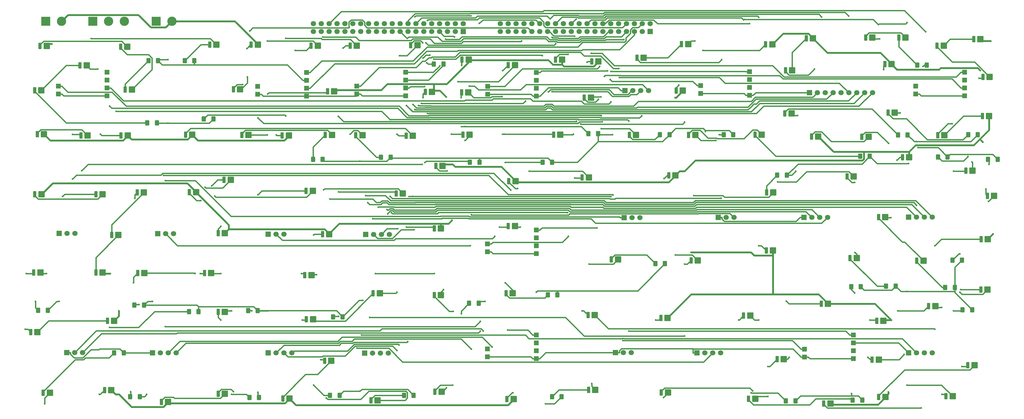
<source format=gbr>
%TF.GenerationSoftware,KiCad,Pcbnew,9.0.2*%
%TF.CreationDate,2025-07-01T18:23:20+02:00*%
%TF.ProjectId,lights,6c696768-7473-42e6-9b69-6361645f7063,rev?*%
%TF.SameCoordinates,Original*%
%TF.FileFunction,Copper,L1,Top*%
%TF.FilePolarity,Positive*%
%FSLAX46Y46*%
G04 Gerber Fmt 4.6, Leading zero omitted, Abs format (unit mm)*
G04 Created by KiCad (PCBNEW 9.0.2) date 2025-07-01 18:23:20*
%MOMM*%
%LPD*%
G01*
G04 APERTURE LIST*
G04 Aperture macros list*
%AMRoundRect*
0 Rectangle with rounded corners*
0 $1 Rounding radius*
0 $2 $3 $4 $5 $6 $7 $8 $9 X,Y pos of 4 corners*
0 Add a 4 corners polygon primitive as box body*
4,1,4,$2,$3,$4,$5,$6,$7,$8,$9,$2,$3,0*
0 Add four circle primitives for the rounded corners*
1,1,$1+$1,$2,$3*
1,1,$1+$1,$4,$5*
1,1,$1+$1,$6,$7*
1,1,$1+$1,$8,$9*
0 Add four rect primitives between the rounded corners*
20,1,$1+$1,$2,$3,$4,$5,0*
20,1,$1+$1,$4,$5,$6,$7,0*
20,1,$1+$1,$6,$7,$8,$9,0*
20,1,$1+$1,$8,$9,$2,$3,0*%
G04 Aperture macros list end*
%TA.AperFunction,ComponentPad*%
%ADD10R,3.000000X3.000000*%
%TD*%
%TA.AperFunction,ComponentPad*%
%ADD11C,3.000000*%
%TD*%
%TA.AperFunction,SMDPad,CuDef*%
%ADD12RoundRect,0.165000X-0.385000X-0.885000X0.385000X-0.885000X0.385000X0.885000X-0.385000X0.885000X0*%
%TD*%
%TA.AperFunction,SMDPad,CuDef*%
%ADD13RoundRect,0.315000X-0.735000X-0.735000X0.735000X-0.735000X0.735000X0.735000X-0.735000X0.735000X0*%
%TD*%
%TA.AperFunction,SMDPad,CuDef*%
%ADD14RoundRect,0.250000X-0.400000X-0.625000X0.400000X-0.625000X0.400000X0.625000X-0.400000X0.625000X0*%
%TD*%
%TA.AperFunction,ComponentPad*%
%ADD15R,1.700000X1.700000*%
%TD*%
%TA.AperFunction,ComponentPad*%
%ADD16C,1.700000*%
%TD*%
%TA.AperFunction,ComponentPad*%
%ADD17R,1.500000X1.500000*%
%TD*%
%TA.AperFunction,ViaPad*%
%ADD18C,0.600000*%
%TD*%
%TA.AperFunction,Conductor*%
%ADD19C,0.400000*%
%TD*%
%TA.AperFunction,Conductor*%
%ADD20C,0.600000*%
%TD*%
G04 APERTURE END LIST*
D10*
%TO.P,J22,1,Pin_1*%
%TO.N,GND*%
X93575000Y-82250000D03*
D11*
%TO.P,J22,2,Pin_2*%
%TO.N,+12V*%
X98655000Y-82250000D03*
%TD*%
D12*
%TO.P,D83,1,K*%
%TO.N,Net-(D83-K)*%
X183360000Y-201700000D03*
D13*
%TO.P,D83,2,A*%
%TO.N,Net-(D82-K)*%
X185510000Y-201700000D03*
%TD*%
D14*
%TO.P,R25,1*%
%TO.N,Net-(D73-K)*%
X80050000Y-189200000D03*
%TO.P,R25,2*%
%TO.N,GND*%
X83150000Y-189200000D03*
%TD*%
%TO.P,R2,1*%
%TO.N,Net-(D6-K)*%
X90700000Y-115000000D03*
%TO.P,R2,2*%
%TO.N,GND*%
X93800000Y-115000000D03*
%TD*%
D12*
%TO.P,D34,1,K*%
%TO.N,Net-(D34-K)*%
X248400000Y-94050000D03*
D13*
%TO.P,D34,2,A*%
%TO.N,Net-(D33-K)*%
X250550000Y-94050000D03*
%TD*%
D12*
%TO.P,D56,1,K*%
%TO.N,Net-(D56-K)*%
X74160000Y-163300000D03*
D13*
%TO.P,D56,2,A*%
%TO.N,+12V*%
X76310000Y-163300000D03*
%TD*%
D14*
%TO.P,R5,1*%
%TO.N,Net-(D15-K)*%
X144100000Y-126800000D03*
%TO.P,R5,2*%
%TO.N,GND*%
X147200000Y-126800000D03*
%TD*%
D12*
%TO.P,D36,1,K*%
%TO.N,Net-(D36-K)*%
X265060000Y-118900000D03*
D13*
%TO.P,D36,2,A*%
%TO.N,Net-(D35-K)*%
X267210000Y-118900000D03*
%TD*%
D15*
%TO.P,J5,1,Pin_1*%
%TO.N,GND*%
X64760000Y-189100000D03*
D16*
%TO.P,J5,2,Pin_2*%
%TO.N,Net-(J1-Pin_34)*%
X67300000Y-189100000D03*
%TO.P,J5,3,Pin_3*%
%TO.N,Net-(J1-Pin_35)*%
X69840000Y-189100000D03*
%TD*%
D17*
%TO.P,KR3,1,+5V_TOP_LED*%
%TO.N,Net-(J1-Pin_4)*%
X142000000Y-98800000D03*
%TO.P,KR3,2,GND_TOP_LED*%
%TO.N,GND*%
X142000000Y-101340000D03*
%TO.P,KR3,3,+5V_BOTTOM_LED*%
%TO.N,Net-(J1-Pin_5)*%
X142000000Y-103880000D03*
%TO.P,KR3,4,GND_BOTTOM_LED*%
%TO.N,GND*%
X142000000Y-106420000D03*
%TO.P,KR3,5,SW_IN*%
%TO.N,Net-(J1-Pin_6)*%
X126300000Y-103300000D03*
%TO.P,KR3,6,SW_OUT*%
%TO.N,GND*%
X126300000Y-105840000D03*
%TD*%
D12*
%TO.P,D98,1,K*%
%TO.N,Net-(D98-K)*%
X338560000Y-159500000D03*
D13*
%TO.P,D98,2,A*%
%TO.N,Net-(D97-K)*%
X340710000Y-159500000D03*
%TD*%
D12*
%TO.P,D4,1,K*%
%TO.N,Net-(D4-K)*%
X82260000Y-119100000D03*
D13*
%TO.P,D4,2,A*%
%TO.N,+12V*%
X84410000Y-119100000D03*
%TD*%
D12*
%TO.P,D70,1,K*%
%TO.N,Net-(D70-K)*%
X141960000Y-178400000D03*
D13*
%TO.P,D70,2,A*%
%TO.N,Net-(D69-K)*%
X144110000Y-178400000D03*
%TD*%
D12*
%TO.P,D60,1,K*%
%TO.N,Net-(D60-K)*%
X115460000Y-133400000D03*
D13*
%TO.P,D60,2,A*%
%TO.N,Net-(D59-K)*%
X117610000Y-133400000D03*
%TD*%
D14*
%TO.P,R14,1*%
%TO.N,Net-(D40-K)*%
X332500000Y-118900000D03*
%TO.P,R14,2*%
%TO.N,GND*%
X335600000Y-118900000D03*
%TD*%
D12*
%TO.P,D18,1,K*%
%TO.N,Net-(D18-K)*%
X157860000Y-119000000D03*
D13*
%TO.P,D18,2,A*%
%TO.N,Net-(D17-K)*%
X160010000Y-119000000D03*
%TD*%
D12*
%TO.P,D76,1,K*%
%TO.N,Net-(D76-K)*%
X113560000Y-202400000D03*
D13*
%TO.P,D76,2,A*%
%TO.N,Net-(D75-K)*%
X115710000Y-202400000D03*
%TD*%
D14*
%TO.P,R32,1*%
%TO.N,Net-(D92-K)*%
X293600000Y-131900000D03*
%TO.P,R32,2*%
%TO.N,GND*%
X296700000Y-131900000D03*
%TD*%
D12*
%TO.P,D16,1,K*%
%TO.N,Net-(D16-K)*%
X134160000Y-119100000D03*
D13*
%TO.P,D16,2,A*%
%TO.N,+12V*%
X136310000Y-119100000D03*
%TD*%
D12*
%TO.P,D74,1,K*%
%TO.N,Net-(D74-K)*%
X76960000Y-201200000D03*
D13*
%TO.P,D74,2,A*%
%TO.N,+12V*%
X79110000Y-201200000D03*
%TD*%
D12*
%TO.P,D106,1,K*%
%TO.N,Net-(D106-K)*%
X293560000Y-191200000D03*
D13*
%TO.P,D106,2,A*%
%TO.N,Net-(D105-K)*%
X295710000Y-191200000D03*
%TD*%
D12*
%TO.P,D3,1,K*%
%TO.N,Net-(D3-K)*%
X83600000Y-104300000D03*
D13*
%TO.P,D3,2,A*%
%TO.N,Net-(D2-K)*%
X85750000Y-104300000D03*
%TD*%
D12*
%TO.P,D31,1,K*%
%TO.N,Net-(D31-K)*%
X245950000Y-118900000D03*
D13*
%TO.P,D31,2,A*%
%TO.N,Net-(D30-K)*%
X248100000Y-118900000D03*
%TD*%
D12*
%TO.P,D40,1,K*%
%TO.N,Net-(D40-K)*%
X296060000Y-112000000D03*
D13*
%TO.P,D40,2,A*%
%TO.N,Net-(D39-K)*%
X298210000Y-112000000D03*
%TD*%
D12*
%TO.P,D79,1,K*%
%TO.N,Net-(D79-K)*%
X147860000Y-191700000D03*
D13*
%TO.P,D79,2,A*%
%TO.N,Net-(D78-K)*%
X150010000Y-191700000D03*
%TD*%
D12*
%TO.P,D45,1,K*%
%TO.N,Net-(D45-K)*%
X322060000Y-87500000D03*
D13*
%TO.P,D45,2,A*%
%TO.N,Net-(D44-K)*%
X324210000Y-87500000D03*
%TD*%
D12*
%TO.P,D113,1,K*%
%TO.N,Net-(D113-K)*%
X359160000Y-168800000D03*
D13*
%TO.P,D113,2,A*%
%TO.N,Net-(D112-K)*%
X361310000Y-168800000D03*
%TD*%
D12*
%TO.P,D92,1,K*%
%TO.N,Net-(D92-K)*%
X290160000Y-137500000D03*
D13*
%TO.P,D92,2,A*%
%TO.N,Net-(D91-K)*%
X292310000Y-137500000D03*
%TD*%
D15*
%TO.P,J15,1,Pin_1*%
%TO.N,GND*%
X241500000Y-189100000D03*
D16*
%TO.P,J15,2,Pin_2*%
%TO.N,Net-(J10-Pin_23)*%
X244040000Y-189100000D03*
%TO.P,J15,3,Pin_3*%
%TO.N,Net-(J10-Pin_24)*%
X246580000Y-189100000D03*
%TD*%
D12*
%TO.P,D101,1,K*%
%TO.N,Net-(D101-K)*%
X232860000Y-201100000D03*
D13*
%TO.P,D101,2,A*%
%TO.N,Net-(D100-K)*%
X235010000Y-201100000D03*
%TD*%
D12*
%TO.P,D26,1,K*%
%TO.N,Net-(D26-K)*%
X222150000Y-94600000D03*
D13*
%TO.P,D26,2,A*%
%TO.N,+12V*%
X224300000Y-94600000D03*
%TD*%
D12*
%TO.P,D49,1,K*%
%TO.N,Net-(D49-K)*%
X359860000Y-100200000D03*
D13*
%TO.P,D49,2,A*%
%TO.N,Net-(D48-K)*%
X362010000Y-100200000D03*
%TD*%
D12*
%TO.P,D2,1,K*%
%TO.N,Net-(D2-K)*%
X82160000Y-90500000D03*
D13*
%TO.P,D2,2,A*%
%TO.N,Net-(D1-K)*%
X84310000Y-90500000D03*
%TD*%
D14*
%TO.P,R19,1*%
%TO.N,Net-(D55-K)*%
X55600000Y-175500000D03*
%TO.P,R19,2*%
%TO.N,GND*%
X58700000Y-175500000D03*
%TD*%
D12*
%TO.P,D13,1,K*%
%TO.N,Net-(D13-K)*%
X148760000Y-104900000D03*
D13*
%TO.P,D13,2,A*%
%TO.N,+12V*%
X150910000Y-104900000D03*
%TD*%
D12*
%TO.P,D107,1,K*%
%TO.N,Net-(D107-K)*%
X284360000Y-204000000D03*
D13*
%TO.P,D107,2,A*%
%TO.N,Net-(D106-K)*%
X286510000Y-204000000D03*
%TD*%
D12*
%TO.P,D39,1,K*%
%TO.N,Net-(D39-K)*%
X296260000Y-98100000D03*
D13*
%TO.P,D39,2,A*%
%TO.N,Net-(D38-K)*%
X298410000Y-98100000D03*
%TD*%
D12*
%TO.P,D68,1,K*%
%TO.N,Net-(D68-K)*%
X183160000Y-149100000D03*
D13*
%TO.P,D68,2,A*%
%TO.N,+12V*%
X185310000Y-149100000D03*
%TD*%
D14*
%TO.P,R34,1*%
%TO.N,Net-(D98-K)*%
X347700000Y-168100000D03*
%TO.P,R34,2*%
%TO.N,GND*%
X350800000Y-168100000D03*
%TD*%
D12*
%TO.P,D1,1,K*%
%TO.N,Net-(D1-K)*%
X56200000Y-90200000D03*
D13*
%TO.P,D1,2,A*%
%TO.N,+12V*%
X58350000Y-90200000D03*
%TD*%
D12*
%TO.P,D109,1,K*%
%TO.N,Net-(D109-K)*%
X342360000Y-174100000D03*
D13*
%TO.P,D109,2,A*%
%TO.N,Net-(D108-K)*%
X344510000Y-174100000D03*
%TD*%
D12*
%TO.P,D103,1,K*%
%TO.N,Net-(D103-K)*%
X256250000Y-202000000D03*
D13*
%TO.P,D103,2,A*%
%TO.N,Net-(D102-K)*%
X258400000Y-202000000D03*
%TD*%
D14*
%TO.P,R22,1*%
%TO.N,Net-(D64-K)*%
X123200000Y-175600000D03*
%TO.P,R22,2*%
%TO.N,GND*%
X126300000Y-175600000D03*
%TD*%
D12*
%TO.P,D37,1,K*%
%TO.N,Net-(D37-K)*%
X286460000Y-118800000D03*
D13*
%TO.P,D37,2,A*%
%TO.N,Net-(D36-K)*%
X288610000Y-118800000D03*
%TD*%
D12*
%TO.P,D62,1,K*%
%TO.N,Net-(D62-K)*%
X113560000Y-150600000D03*
D13*
%TO.P,D62,2,A*%
%TO.N,+12V*%
X115710000Y-150600000D03*
%TD*%
D12*
%TO.P,D89,1,K*%
%TO.N,Net-(D89-K)*%
X240160000Y-159100000D03*
D13*
%TO.P,D89,2,A*%
%TO.N,Net-(D88-K)*%
X242310000Y-159100000D03*
%TD*%
D12*
%TO.P,D25,1,K*%
%TO.N,Net-(D25-K)*%
X206960000Y-96400000D03*
D13*
%TO.P,D25,2,A*%
%TO.N,Net-(D24-K)*%
X209110000Y-96400000D03*
%TD*%
D12*
%TO.P,D86,1,K*%
%TO.N,Net-(D86-K)*%
X206260000Y-170000000D03*
D13*
%TO.P,D86,2,A*%
%TO.N,Net-(D85-K)*%
X208410000Y-170000000D03*
%TD*%
D12*
%TO.P,D105,1,K*%
%TO.N,Net-(D105-K)*%
X307760000Y-173400000D03*
D13*
%TO.P,D105,2,A*%
%TO.N,+12V*%
X309910000Y-173400000D03*
%TD*%
D12*
%TO.P,D88,1,K*%
%TO.N,Net-(D88-K)*%
X230760000Y-132600000D03*
D13*
%TO.P,D88,2,A*%
%TO.N,Net-(D87-K)*%
X232910000Y-132600000D03*
%TD*%
D12*
%TO.P,D44,1,K*%
%TO.N,Net-(D44-K)*%
X328250000Y-96100000D03*
D13*
%TO.P,D44,2,A*%
%TO.N,+12V*%
X330400000Y-96100000D03*
%TD*%
D12*
%TO.P,D21,1,K*%
%TO.N,Net-(D21-K)*%
X175560000Y-90000000D03*
D13*
%TO.P,D21,2,A*%
%TO.N,Net-(D20-K)*%
X177710000Y-90000000D03*
%TD*%
D14*
%TO.P,R28,1*%
%TO.N,Net-(D80-K)*%
X173400000Y-202900000D03*
%TO.P,R28,2*%
%TO.N,GND*%
X176500000Y-202900000D03*
%TD*%
%TO.P,R27,1*%
%TO.N,Net-(D77-K)*%
X123600000Y-203600000D03*
%TO.P,R27,2*%
%TO.N,GND*%
X126700000Y-203600000D03*
%TD*%
D12*
%TO.P,D47,1,K*%
%TO.N,Net-(D47-K)*%
X356860000Y-88000000D03*
D13*
%TO.P,D47,2,A*%
%TO.N,+12V*%
X359010000Y-88000000D03*
%TD*%
D12*
%TO.P,D114,1,K*%
%TO.N,Net-(D114-K)*%
X326260000Y-203400000D03*
D13*
%TO.P,D114,2,A*%
%TO.N,+12V*%
X328410000Y-203400000D03*
%TD*%
D14*
%TO.P,R15,1*%
%TO.N,Net-(D43-K)*%
X355100000Y-118800000D03*
%TO.P,R15,2*%
%TO.N,GND*%
X358200000Y-118800000D03*
%TD*%
D12*
%TO.P,D85,1,K*%
%TO.N,Net-(D85-K)*%
X206960000Y-148300000D03*
D13*
%TO.P,D85,2,A*%
%TO.N,Net-(D84-K)*%
X209110000Y-148300000D03*
%TD*%
D12*
%TO.P,D7,1,K*%
%TO.N,Net-(D7-K)*%
X55300000Y-118700000D03*
D13*
%TO.P,D7,2,A*%
%TO.N,+12V*%
X57450000Y-118700000D03*
%TD*%
D14*
%TO.P,R40,1*%
%TO.N,Net-(D116-K)*%
X361500000Y-126800000D03*
%TO.P,R40,2*%
%TO.N,GND*%
X364600000Y-126800000D03*
%TD*%
D15*
%TO.P,J6,1,Pin_1*%
%TO.N,GND*%
X92360000Y-189200000D03*
D16*
%TO.P,J6,2,Pin_2*%
%TO.N,Net-(J1-Pin_36)*%
X94900000Y-189200000D03*
%TO.P,J6,3,Pin_3*%
%TO.N,Net-(J1-Pin_37)*%
X97440000Y-189200000D03*
%TO.P,J6,4,Pin_4*%
%TO.N,Net-(J1-Pin_38)*%
X99980000Y-189200000D03*
%TD*%
D12*
%TO.P,D82,1,K*%
%TO.N,Net-(D82-K)*%
X183160000Y-170600000D03*
D13*
%TO.P,D82,2,A*%
%TO.N,Net-(D81-K)*%
X185310000Y-170600000D03*
%TD*%
D17*
%TO.P,KR9,1,+5V_TOP_LED*%
%TO.N,Net-(J1-Pin_13)*%
X284650000Y-98550000D03*
%TO.P,KR9,2,GND_TOP_LED*%
%TO.N,GND*%
X284650000Y-101090000D03*
%TO.P,KR9,3,+5V_BOTTOM_LED*%
%TO.N,Net-(J1-Pin_14)*%
X284650000Y-103630000D03*
%TO.P,KR9,4,GND_BOTTOM_LED*%
%TO.N,GND*%
X284650000Y-106170000D03*
%TO.P,KR9,5,SW_IN*%
%TO.N,Net-(J1-Pin_15)*%
X268950000Y-103050000D03*
%TO.P,KR9,6,SW_OUT*%
%TO.N,GND*%
X268950000Y-105590000D03*
%TD*%
%TO.P,KR2,1,+5V_TOP_LED*%
%TO.N,Net-(J1-Pin_16)*%
X353900000Y-98660000D03*
%TO.P,KR2,2,GND_TOP_LED*%
%TO.N,GND*%
X353900000Y-101200000D03*
%TO.P,KR2,3,+5V_BOTTOM_LED*%
%TO.N,Net-(J1-Pin_17)*%
X353900000Y-103740000D03*
%TO.P,KR2,4,GND_BOTTOM_LED*%
%TO.N,GND*%
X353900000Y-106280000D03*
%TO.P,KR2,5,SW_IN*%
%TO.N,Net-(J1-Pin_18)*%
X338200000Y-103160000D03*
%TO.P,KR2,6,SW_OUT*%
%TO.N,GND*%
X338200000Y-105700000D03*
%TD*%
D12*
%TO.P,D80,1,K*%
%TO.N,Net-(D80-K)*%
X162760000Y-204500000D03*
D13*
%TO.P,D80,2,A*%
%TO.N,Net-(D79-K)*%
X164910000Y-204500000D03*
%TD*%
D14*
%TO.P,R16,1*%
%TO.N,Net-(D46-K)*%
X338650000Y-96400000D03*
%TO.P,R16,2*%
%TO.N,GND*%
X341750000Y-96400000D03*
%TD*%
D12*
%TO.P,D95,1,K*%
%TO.N,Net-(D95-K)*%
X317050000Y-158600000D03*
D13*
%TO.P,D95,2,A*%
%TO.N,Net-(D94-K)*%
X319200000Y-158600000D03*
%TD*%
D12*
%TO.P,D104,1,K*%
%TO.N,Net-(D104-K)*%
X282750000Y-177200000D03*
D13*
%TO.P,D104,2,A*%
%TO.N,Net-(D103-K)*%
X284900000Y-177200000D03*
%TD*%
D12*
%TO.P,D24,1,K*%
%TO.N,Net-(D24-K)*%
X192360000Y-118800000D03*
D13*
%TO.P,D24,2,A*%
%TO.N,Net-(D23-K)*%
X194510000Y-118800000D03*
%TD*%
D12*
%TO.P,D57,1,K*%
%TO.N,Net-(D57-K)*%
X79260000Y-151200000D03*
D13*
%TO.P,D57,2,A*%
%TO.N,Net-(D56-K)*%
X81410000Y-151200000D03*
%TD*%
D12*
%TO.P,D5,1,K*%
%TO.N,Net-(D5-K)*%
X69060000Y-96500000D03*
D13*
%TO.P,D5,2,A*%
%TO.N,Net-(D4-K)*%
X71210000Y-96500000D03*
%TD*%
D12*
%TO.P,D90,1,K*%
%TO.N,Net-(D90-K)*%
X258650000Y-132000000D03*
D13*
%TO.P,D90,2,A*%
%TO.N,+12V*%
X260800000Y-132000000D03*
%TD*%
D14*
%TO.P,R10,1*%
%TO.N,Net-(D28-K)*%
X232800000Y-118500000D03*
%TO.P,R10,2*%
%TO.N,GND*%
X235900000Y-118500000D03*
%TD*%
D15*
%TO.P,J2,1,Pin_1*%
%TO.N,GND*%
X62360000Y-150700000D03*
D16*
%TO.P,J2,2,Pin_2*%
%TO.N,Net-(J1-Pin_29)*%
X64900000Y-150700000D03*
%TO.P,J2,3,Pin_3*%
%TO.N,Net-(J1-Pin_28)*%
X67440000Y-150700000D03*
%TD*%
D14*
%TO.P,R26,1*%
%TO.N,Net-(D74-K)*%
X104150000Y-175900000D03*
%TO.P,R26,2*%
%TO.N,GND*%
X107250000Y-175900000D03*
%TD*%
D12*
%TO.P,D28,1,K*%
%TO.N,Net-(D28-K)*%
X191960000Y-105200000D03*
D13*
%TO.P,D28,2,A*%
%TO.N,Net-(D27-K)*%
X194110000Y-105200000D03*
%TD*%
D14*
%TO.P,R1,1*%
%TO.N,Net-(D3-K)*%
X91100000Y-95000000D03*
%TO.P,R1,2*%
%TO.N,GND*%
X94200000Y-95000000D03*
%TD*%
D12*
%TO.P,D42,1,K*%
%TO.N,Net-(D42-K)*%
X320860000Y-119500000D03*
D13*
%TO.P,D42,2,A*%
%TO.N,Net-(D41-K)*%
X323010000Y-119500000D03*
%TD*%
D12*
%TO.P,D72,1,K*%
%TO.N,Net-(D72-K)*%
X53200000Y-182500000D03*
D13*
%TO.P,D72,2,A*%
%TO.N,Net-(D71-K)*%
X55350000Y-182500000D03*
%TD*%
D12*
%TO.P,D99,1,K*%
%TO.N,Net-(D100-A)*%
X359250000Y-152500000D03*
D13*
%TO.P,D99,2,A*%
%TO.N,+12V*%
X361400000Y-152500000D03*
%TD*%
D12*
%TO.P,D51,1,K*%
%TO.N,Net-(D51-K)*%
X345260000Y-119000000D03*
D13*
%TO.P,D51,2,A*%
%TO.N,Net-(D50-K)*%
X347410000Y-119000000D03*
%TD*%
D12*
%TO.P,D91,1,K*%
%TO.N,Net-(D91-K)*%
X265860000Y-159400000D03*
D13*
%TO.P,D91,2,A*%
%TO.N,Net-(D90-K)*%
X268010000Y-159400000D03*
%TD*%
D12*
%TO.P,D78,1,K*%
%TO.N,Net-(D78-K)*%
X134360000Y-203900000D03*
D13*
%TO.P,D78,2,A*%
%TO.N,+12V*%
X136510000Y-203900000D03*
%TD*%
D15*
%TO.P,J13,1,Pin_1*%
%TO.N,GND*%
X303940000Y-105300000D03*
D16*
%TO.P,J13,2,Pin_2*%
%TO.N,Net-(J10-Pin_13)*%
X306480000Y-105300000D03*
%TO.P,J13,3,Pin_3*%
%TO.N,Net-(J10-Pin_14)*%
X309020000Y-105300000D03*
%TO.P,J13,4,Pin_4*%
%TO.N,Net-(J10-Pin_15)*%
X311560000Y-105300000D03*
%TO.P,J13,5,Pin_5*%
%TO.N,Net-(J10-Pin_16)*%
X314100000Y-105300000D03*
%TO.P,J13,6,Pin_6*%
%TO.N,Net-(J10-Pin_17)*%
X316640000Y-105300000D03*
%TO.P,J13,7,Pin_7*%
%TO.N,Net-(J10-Pin_18)*%
X319180000Y-105300000D03*
%TO.P,J13,8,Pin_8*%
%TO.N,Net-(J10-Pin_19)*%
X321720000Y-105300000D03*
%TO.P,J13,9,Pin_9*%
%TO.N,Net-(J10-Pin_20)*%
X324260000Y-105300000D03*
%TD*%
D12*
%TO.P,D15,1,K*%
%TO.N,Net-(D15-K)*%
X148060000Y-118900000D03*
D13*
%TO.P,D15,2,A*%
%TO.N,Net-(D14-K)*%
X150210000Y-118900000D03*
%TD*%
D17*
%TO.P,KR6,1,+5V_TOP_LED*%
%TO.N,Net-(J1-Pin_22)*%
X216000000Y-183400000D03*
%TO.P,KR6,2,GND_TOP_LED*%
%TO.N,GND*%
X216000000Y-185940000D03*
%TO.P,KR6,3,+5V_BOTTOM_LED*%
%TO.N,Net-(J1-Pin_23)*%
X216000000Y-188480000D03*
%TO.P,KR6,4,GND_BOTTOM_LED*%
%TO.N,GND*%
X216000000Y-191020000D03*
%TO.P,KR6,5,SW_IN*%
%TO.N,Net-(J1-Pin_25)*%
X200300000Y-187900000D03*
%TO.P,KR6,6,SW_OUT*%
%TO.N,GND*%
X200300000Y-190440000D03*
%TD*%
D12*
%TO.P,D73,1,K*%
%TO.N,Net-(D73-K)*%
X57200000Y-202100000D03*
D13*
%TO.P,D73,2,A*%
%TO.N,Net-(D72-K)*%
X59350000Y-202100000D03*
%TD*%
D12*
%TO.P,D29,1,K*%
%TO.N,Net-(D29-K)*%
X233850000Y-95200000D03*
D13*
%TO.P,D29,2,A*%
%TO.N,+12V*%
X236000000Y-95200000D03*
%TD*%
D14*
%TO.P,R24,1*%
%TO.N,Net-(D70-K)*%
X149550000Y-202900000D03*
%TO.P,R24,2*%
%TO.N,GND*%
X152650000Y-202900000D03*
%TD*%
D12*
%TO.P,D14,1,K*%
%TO.N,Net-(D14-K)*%
X121160000Y-118900000D03*
D13*
%TO.P,D14,2,A*%
%TO.N,Net-(D13-K)*%
X123310000Y-118900000D03*
%TD*%
D14*
%TO.P,R38,1*%
%TO.N,Net-(D110-K)*%
X317400000Y-167900000D03*
%TO.P,R38,2*%
%TO.N,GND*%
X320500000Y-167900000D03*
%TD*%
D12*
%TO.P,D102,1,K*%
%TO.N,Net-(D102-K)*%
X256150000Y-177900000D03*
D13*
%TO.P,D102,2,A*%
%TO.N,+12V*%
X258300000Y-177900000D03*
%TD*%
D14*
%TO.P,R18,1*%
%TO.N,Net-(D52-K)*%
X350000000Y-159300000D03*
%TO.P,R18,2*%
%TO.N,GND*%
X353100000Y-159300000D03*
%TD*%
D12*
%TO.P,D38,1,K*%
%TO.N,Net-(D38-K)*%
X302960000Y-87800000D03*
D13*
%TO.P,D38,2,A*%
%TO.N,+12V*%
X305110000Y-87800000D03*
%TD*%
D12*
%TO.P,D65,1,K*%
%TO.N,Net-(D65-K)*%
X147160000Y-150900000D03*
D13*
%TO.P,D65,2,A*%
%TO.N,+12V*%
X149310000Y-150900000D03*
%TD*%
D12*
%TO.P,D63,1,K*%
%TO.N,Net-(D63-K)*%
X109160000Y-163500000D03*
D13*
%TO.P,D63,2,A*%
%TO.N,Net-(D62-K)*%
X111310000Y-163500000D03*
%TD*%
D12*
%TO.P,D48,1,K*%
%TO.N,Net-(D48-K)*%
X345060000Y-90100000D03*
D13*
%TO.P,D48,2,A*%
%TO.N,Net-(D47-K)*%
X347210000Y-90100000D03*
%TD*%
D12*
%TO.P,D46,1,K*%
%TO.N,Net-(D46-K)*%
X332750000Y-87500000D03*
D13*
%TO.P,D46,2,A*%
%TO.N,Net-(D45-K)*%
X334900000Y-87500000D03*
%TD*%
D12*
%TO.P,D66,1,K*%
%TO.N,Net-(D66-K)*%
X141460000Y-164100000D03*
D13*
%TO.P,D66,2,A*%
%TO.N,Net-(D65-K)*%
X143610000Y-164100000D03*
%TD*%
D14*
%TO.P,R11,1*%
%TO.N,Net-(D31-K)*%
X255800000Y-118800000D03*
%TO.P,R11,2*%
%TO.N,GND*%
X258900000Y-118800000D03*
%TD*%
D12*
%TO.P,D20,1,K*%
%TO.N,Net-(D20-K)*%
X174060000Y-119200000D03*
D13*
%TO.P,D20,2,A*%
%TO.N,Net-(D19-K)*%
X176210000Y-119200000D03*
%TD*%
D12*
%TO.P,D19,1,K*%
%TO.N,Net-(D19-K)*%
X103060000Y-118800000D03*
D13*
%TO.P,D19,2,A*%
%TO.N,+12V*%
X105210000Y-118800000D03*
%TD*%
D12*
%TO.P,D9,1,K*%
%TO.N,Net-(D9-K)*%
X110860000Y-89800000D03*
D13*
%TO.P,D9,2,A*%
%TO.N,Net-(D8-K)*%
X113010000Y-89800000D03*
%TD*%
D12*
%TO.P,D71,1,K*%
%TO.N,Net-(D71-K)*%
X77900000Y-178900000D03*
D13*
%TO.P,D71,2,A*%
%TO.N,+12V*%
X80050000Y-178900000D03*
%TD*%
D12*
%TO.P,D100,1,K*%
%TO.N,Net-(D100-K)*%
X232660000Y-177000000D03*
D13*
%TO.P,D100,2,A*%
%TO.N,Net-(D100-A)*%
X234810000Y-177000000D03*
%TD*%
D15*
%TO.P,J17,1,Pin_1*%
%TO.N,GND*%
X335890000Y-145400000D03*
D16*
%TO.P,J17,2,Pin_2*%
%TO.N,Net-(J10-Pin_28)*%
X338430000Y-145400000D03*
%TO.P,J17,3,Pin_3*%
%TO.N,Net-(J10-Pin_29)*%
X340970000Y-145400000D03*
%TO.P,J17,4,Pin_4*%
%TO.N,Net-(J10-Pin_30)*%
X343510000Y-145400000D03*
%TD*%
D15*
%TO.P,J11,1,Pin_1*%
%TO.N,Net-(J11-Pin_1)*%
X244300000Y-145600000D03*
D16*
%TO.P,J11,2,Pin_2*%
%TO.N,Net-(J11-Pin_2)*%
X246840000Y-145600000D03*
%TO.P,J11,3,Pin_3*%
%TO.N,Net-(J11-Pin_3)*%
X249380000Y-145600000D03*
%TD*%
D14*
%TO.P,R7,1*%
%TO.N,Net-(D21-K)*%
X183000000Y-96100000D03*
%TO.P,R7,2*%
%TO.N,GND*%
X186100000Y-96100000D03*
%TD*%
%TO.P,R31,1*%
%TO.N,Net-(D89-K)*%
X254350000Y-160400000D03*
%TO.P,R31,2*%
%TO.N,GND*%
X257450000Y-160400000D03*
%TD*%
%TO.P,R29,1*%
%TO.N,Net-(D83-K)*%
X194350000Y-173200000D03*
%TO.P,R29,2*%
%TO.N,GND*%
X197450000Y-173200000D03*
%TD*%
%TO.P,R8,1*%
%TO.N,Net-(D22-K)*%
X194600000Y-127700000D03*
%TO.P,R8,2*%
%TO.N,GND*%
X197700000Y-127700000D03*
%TD*%
D12*
%TO.P,D55,1,K*%
%TO.N,Net-(D55-K)*%
X54160000Y-163300000D03*
D13*
%TO.P,D55,2,A*%
%TO.N,Net-(D54-K)*%
X56310000Y-163300000D03*
%TD*%
D17*
%TO.P,KR7,1,+5V_TOP_LED*%
%TO.N,Net-(J1-Pin_10)*%
X216050000Y-98750000D03*
%TO.P,KR7,2,GND_TOP_LED*%
%TO.N,GND*%
X216050000Y-101290000D03*
%TO.P,KR7,3,+5V_BOTTOM_LED*%
%TO.N,Net-(J1-Pin_11)*%
X216050000Y-103830000D03*
%TO.P,KR7,4,GND_BOTTOM_LED*%
%TO.N,GND*%
X216050000Y-106370000D03*
%TO.P,KR7,5,SW_IN*%
%TO.N,Net-(J1-Pin_12)*%
X200350000Y-103250000D03*
%TO.P,KR7,6,SW_OUT*%
%TO.N,GND*%
X200350000Y-105790000D03*
%TD*%
D14*
%TO.P,R36,1*%
%TO.N,Net-(D104-K)*%
X296350000Y-204700000D03*
%TO.P,R36,2*%
%TO.N,GND*%
X299450000Y-204700000D03*
%TD*%
D12*
%TO.P,D87,1,K*%
%TO.N,Net-(D87-K)*%
X206560000Y-204100000D03*
D13*
%TO.P,D87,2,A*%
%TO.N,+12V*%
X208710000Y-204100000D03*
%TD*%
D12*
%TO.P,D59,1,K*%
%TO.N,Net-(D59-K)*%
X104260000Y-137400000D03*
D13*
%TO.P,D59,2,A*%
%TO.N,+12V*%
X106410000Y-137400000D03*
%TD*%
D12*
%TO.P,D58,1,K*%
%TO.N,Net-(D58-K)*%
X87460000Y-137500000D03*
D13*
%TO.P,D58,2,A*%
%TO.N,Net-(D57-K)*%
X89610000Y-137500000D03*
%TD*%
D12*
%TO.P,D97,1,K*%
%TO.N,Net-(D97-K)*%
X326250000Y-145400000D03*
D13*
%TO.P,D97,2,A*%
%TO.N,Net-(D96-K)*%
X328400000Y-145400000D03*
%TD*%
D14*
%TO.P,R33,1*%
%TO.N,Net-(D95-K)*%
X328650000Y-167700000D03*
%TO.P,R33,2*%
%TO.N,GND*%
X331750000Y-167700000D03*
%TD*%
D12*
%TO.P,D22,1,K*%
%TO.N,Net-(D22-K)*%
X180260000Y-105000000D03*
D13*
%TO.P,D22,2,A*%
%TO.N,+12V*%
X182410000Y-105000000D03*
%TD*%
D12*
%TO.P,D81,1,K*%
%TO.N,Net-(D81-K)*%
X183660000Y-128900000D03*
D13*
%TO.P,D81,2,A*%
%TO.N,+12V*%
X185810000Y-128900000D03*
%TD*%
D14*
%TO.P,R37,1*%
%TO.N,Net-(D107-K)*%
X317900000Y-204400000D03*
%TO.P,R37,2*%
%TO.N,GND*%
X321000000Y-204400000D03*
%TD*%
%TO.P,R17,1*%
%TO.N,Net-(D49-K)*%
X345350000Y-126000000D03*
%TO.P,R17,2*%
%TO.N,GND*%
X348450000Y-126000000D03*
%TD*%
%TO.P,R9,1*%
%TO.N,Net-(D25-K)*%
X218000000Y-127700000D03*
%TO.P,R9,2*%
%TO.N,GND*%
X221100000Y-127700000D03*
%TD*%
D12*
%TO.P,D17,1,K*%
%TO.N,Net-(D17-K)*%
X156060000Y-90100000D03*
D13*
%TO.P,D17,2,A*%
%TO.N,Net-(D16-K)*%
X158210000Y-90100000D03*
%TD*%
D12*
%TO.P,D11,1,K*%
%TO.N,Net-(D11-K)*%
X118460000Y-104200000D03*
D13*
%TO.P,D11,2,A*%
%TO.N,Net-(D10-K)*%
X120610000Y-104200000D03*
%TD*%
D12*
%TO.P,D64,1,K*%
%TO.N,Net-(D64-K)*%
X141860000Y-137000000D03*
D13*
%TO.P,D64,2,A*%
%TO.N,Net-(D63-K)*%
X144010000Y-137000000D03*
%TD*%
D12*
%TO.P,D54,1,K*%
%TO.N,Net-(D54-K)*%
X74160000Y-138100000D03*
D13*
%TO.P,D54,2,A*%
%TO.N,Net-(D53-K)*%
X76310000Y-138100000D03*
%TD*%
D14*
%TO.P,R4,1*%
%TO.N,Net-(D12-K)*%
X108900000Y-113800000D03*
%TO.P,R4,2*%
%TO.N,GND*%
X112000000Y-113800000D03*
%TD*%
D17*
%TO.P,KR8,1,+5V_TOP_LED*%
%TO.N,Net-(J1-Pin_24)*%
X318100000Y-183480000D03*
%TO.P,KR8,2,GND_TOP_LED*%
%TO.N,GND*%
X318100000Y-186020000D03*
%TO.P,KR8,3,+5V_BOTTOM_LED*%
%TO.N,Net-(J1-Pin_26)*%
X318100000Y-188560000D03*
%TO.P,KR8,4,GND_BOTTOM_LED*%
%TO.N,GND*%
X318100000Y-191100000D03*
%TO.P,KR8,5,SW_IN*%
%TO.N,Net-(J1-Pin_27)*%
X302400000Y-187980000D03*
%TO.P,KR8,6,SW_OUT*%
%TO.N,GND*%
X302400000Y-190520000D03*
%TD*%
D14*
%TO.P,R35,1*%
%TO.N,Net-(D101-K)*%
X221050000Y-203300000D03*
%TO.P,R35,2*%
%TO.N,GND*%
X224150000Y-203300000D03*
%TD*%
D15*
%TO.P,J18,1,Pin_1*%
%TO.N,GND*%
X267760000Y-189200000D03*
D16*
%TO.P,J18,2,Pin_2*%
%TO.N,Net-(J10-Pin_31)*%
X270300000Y-189200000D03*
%TO.P,J18,3,Pin_3*%
%TO.N,Net-(J10-Pin_32)*%
X272840000Y-189200000D03*
%TO.P,J18,4,Pin_4*%
%TO.N,Net-(J10-Pin_33)*%
X275380000Y-189200000D03*
%TD*%
D12*
%TO.P,D94,1,K*%
%TO.N,Net-(D94-K)*%
X316060000Y-132300000D03*
D13*
%TO.P,D94,2,A*%
%TO.N,Net-(D93-K)*%
X318210000Y-132300000D03*
%TD*%
D12*
%TO.P,D10,1,K*%
%TO.N,Net-(D10-K)*%
X124160000Y-89800000D03*
D13*
%TO.P,D10,2,A*%
%TO.N,+12V*%
X126310000Y-89800000D03*
%TD*%
D12*
%TO.P,D27,1,K*%
%TO.N,Net-(D27-K)*%
X221560000Y-118800000D03*
D13*
%TO.P,D27,2,A*%
%TO.N,Net-(D26-K)*%
X223710000Y-118800000D03*
%TD*%
D12*
%TO.P,D93,1,K*%
%TO.N,Net-(D93-K)*%
X290060000Y-156200000D03*
D13*
%TO.P,D93,2,A*%
%TO.N,+12V*%
X292210000Y-156200000D03*
%TD*%
D12*
%TO.P,D52,1,K*%
%TO.N,Net-(D52-K)*%
X354350000Y-130400000D03*
D13*
%TO.P,D52,2,A*%
%TO.N,Net-(D51-K)*%
X356500000Y-130400000D03*
%TD*%
D15*
%TO.P,J16,1,Pin_1*%
%TO.N,GND*%
X302160000Y-145500000D03*
D16*
%TO.P,J16,2,Pin_2*%
%TO.N,Net-(J10-Pin_25)*%
X304700000Y-145500000D03*
%TO.P,J16,3,Pin_3*%
%TO.N,Net-(J10-Pin_26)*%
X307240000Y-145500000D03*
%TO.P,J16,4,Pin_4*%
%TO.N,Net-(J10-Pin_27)*%
X309780000Y-145500000D03*
%TD*%
D12*
%TO.P,D8,1,K*%
%TO.N,Net-(D8-K)*%
X69360000Y-119100000D03*
D13*
%TO.P,D8,2,A*%
%TO.N,Net-(D7-K)*%
X71510000Y-119100000D03*
%TD*%
D12*
%TO.P,D112,1,K*%
%TO.N,Net-(D112-K)*%
X347960000Y-203200000D03*
D13*
%TO.P,D112,2,A*%
%TO.N,Net-(D111-K)*%
X350110000Y-203200000D03*
%TD*%
D12*
%TO.P,D111,1,K*%
%TO.N,Net-(D111-K)*%
X325660000Y-178900000D03*
D13*
%TO.P,D111,2,A*%
%TO.N,+12V*%
X327810000Y-178900000D03*
%TD*%
D12*
%TO.P,D41,1,K*%
%TO.N,Net-(D41-K)*%
X304660000Y-119400000D03*
D13*
%TO.P,D41,2,A*%
%TO.N,+12V*%
X306810000Y-119400000D03*
%TD*%
D12*
%TO.P,D12,1,K*%
%TO.N,Net-(D12-K)*%
X143460000Y-90100000D03*
D13*
%TO.P,D12,2,A*%
%TO.N,Net-(D11-K)*%
X145610000Y-90100000D03*
%TD*%
D15*
%TO.P,J12,1,Pin_1*%
%TO.N,GND*%
X244560000Y-104600000D03*
D16*
%TO.P,J12,2,Pin_2*%
%TO.N,Net-(J10-Pin_10)*%
X247100000Y-104600000D03*
%TO.P,J12,3,Pin_3*%
%TO.N,Net-(J10-Pin_11)*%
X249640000Y-104600000D03*
%TO.P,J12,4,Pin_4*%
%TO.N,Net-(J10-Pin_12)*%
X252180000Y-104600000D03*
%TD*%
D12*
%TO.P,D116,1,K*%
%TO.N,Net-(D116-K)*%
X361260000Y-138600000D03*
D13*
%TO.P,D116,2,A*%
%TO.N,Net-(D115-K)*%
X363410000Y-138600000D03*
%TD*%
D12*
%TO.P,D108,1,K*%
%TO.N,Net-(D108-K)*%
X308560000Y-205500000D03*
D13*
%TO.P,D108,2,A*%
%TO.N,+12V*%
X310710000Y-205500000D03*
%TD*%
D12*
%TO.P,D43,1,K*%
%TO.N,Net-(D43-K)*%
X329260000Y-111700000D03*
D13*
%TO.P,D43,2,A*%
%TO.N,Net-(D42-K)*%
X331410000Y-111700000D03*
%TD*%
D14*
%TO.P,R21,1*%
%TO.N,Net-(D61-K)*%
X85200000Y-203300000D03*
%TO.P,R21,2*%
%TO.N,GND*%
X88300000Y-203300000D03*
%TD*%
D12*
%TO.P,D67,1,K*%
%TO.N,Net-(D67-K)*%
X170850000Y-137800000D03*
D13*
%TO.P,D67,2,A*%
%TO.N,Net-(D66-K)*%
X173000000Y-137800000D03*
%TD*%
D12*
%TO.P,D32,1,K*%
%TO.N,Net-(D32-K)*%
X261060000Y-104600000D03*
D13*
%TO.P,D32,2,A*%
%TO.N,+12V*%
X263210000Y-104600000D03*
%TD*%
D15*
%TO.P,J8,1,Pin_1*%
%TO.N,GND*%
X161060000Y-151000000D03*
D16*
%TO.P,J8,2,Pin_2*%
%TO.N,Net-(J10-Pin_4)*%
X163600000Y-151000000D03*
%TO.P,J8,3,Pin_3*%
%TO.N,Net-(J10-Pin_5)*%
X166140000Y-151000000D03*
%TO.P,J8,4,Pin_4*%
%TO.N,Net-(J10-Pin_6)*%
X168680000Y-151000000D03*
%TD*%
D17*
%TO.P,KR4,1,+5V_TOP_LED*%
%TO.N,Net-(J1-Pin_19)*%
X216000000Y-149600000D03*
%TO.P,KR4,2,GND_TOP_LED*%
%TO.N,GND*%
X216000000Y-152140000D03*
%TO.P,KR4,3,+5V_BOTTOM_LED*%
%TO.N,Net-(J1-Pin_20)*%
X216000000Y-154680000D03*
%TO.P,KR4,4,GND_BOTTOM_LED*%
%TO.N,GND*%
X216000000Y-157220000D03*
%TO.P,KR4,5,SW_IN*%
%TO.N,Net-(J1-Pin_21)*%
X200300000Y-154100000D03*
%TO.P,KR4,6,SW_OUT*%
%TO.N,GND*%
X200300000Y-156640000D03*
%TD*%
D12*
%TO.P,D77,1,K*%
%TO.N,Net-(D77-K)*%
X113560000Y-176000000D03*
D13*
%TO.P,D77,2,A*%
%TO.N,Net-(D76-K)*%
X115710000Y-176000000D03*
%TD*%
D14*
%TO.P,R12,1*%
%TO.N,Net-(D34-K)*%
X276350000Y-118800000D03*
%TO.P,R12,2*%
%TO.N,GND*%
X279450000Y-118800000D03*
%TD*%
D15*
%TO.P,J9,1,Pin_1*%
%TO.N,GND*%
X160690000Y-189300000D03*
D16*
%TO.P,J9,2,Pin_2*%
%TO.N,Net-(J10-Pin_7)*%
X163230000Y-189300000D03*
%TO.P,J9,3,Pin_3*%
%TO.N,Net-(J10-Pin_8)*%
X165770000Y-189300000D03*
%TO.P,J9,4,Pin_4*%
%TO.N,Net-(J10-Pin_9)*%
X168310000Y-189300000D03*
%TD*%
D15*
%TO.P,J14,1,Pin_1*%
%TO.N,GND*%
X274560000Y-145500000D03*
D16*
%TO.P,J14,2,Pin_2*%
%TO.N,Net-(J10-Pin_21)*%
X277100000Y-145500000D03*
%TO.P,J14,3,Pin_3*%
%TO.N,Net-(J10-Pin_22)*%
X279640000Y-145500000D03*
%TD*%
D12*
%TO.P,D30,1,K*%
%TO.N,Net-(D30-K)*%
X231460000Y-106900000D03*
D13*
%TO.P,D30,2,A*%
%TO.N,Net-(D29-K)*%
X233610000Y-106900000D03*
%TD*%
D12*
%TO.P,D84,1,K*%
%TO.N,Net-(D84-K)*%
X207160000Y-133800000D03*
D13*
%TO.P,D84,2,A*%
%TO.N,+12V*%
X209310000Y-133800000D03*
%TD*%
D12*
%TO.P,D33,1,K*%
%TO.N,Net-(D33-K)*%
X262760000Y-89600000D03*
D13*
%TO.P,D33,2,A*%
%TO.N,Net-(D32-K)*%
X264910000Y-89600000D03*
%TD*%
D14*
%TO.P,R39,1*%
%TO.N,Net-(D113-K)*%
X353250000Y-175300000D03*
%TO.P,R39,2*%
%TO.N,GND*%
X356350000Y-175300000D03*
%TD*%
%TO.P,R3,1*%
%TO.N,Net-(D9-K)*%
X102800000Y-95000000D03*
%TO.P,R3,2*%
%TO.N,GND*%
X105900000Y-95000000D03*
%TD*%
D15*
%TO.P,J19,1,Pin_1*%
%TO.N,GND*%
X335890000Y-189200000D03*
D16*
%TO.P,J19,2,Pin_2*%
%TO.N,Net-(J10-Pin_34)*%
X338430000Y-189200000D03*
%TO.P,J19,3,Pin_3*%
%TO.N,Net-(J10-Pin_35)*%
X340970000Y-189200000D03*
%TO.P,J19,4,Pin_4*%
%TO.N,Net-(J10-Pin_36)*%
X343510000Y-189200000D03*
%TD*%
D12*
%TO.P,D69,1,K*%
%TO.N,Net-(D69-K)*%
X163460000Y-170000000D03*
D13*
%TO.P,D69,2,A*%
%TO.N,Net-(D68-K)*%
X165610000Y-170000000D03*
%TD*%
D14*
%TO.P,R6,1*%
%TO.N,Net-(D18-K)*%
X166000000Y-126100000D03*
%TO.P,R6,2*%
%TO.N,GND*%
X169100000Y-126100000D03*
%TD*%
D15*
%TO.P,J4,1,Pin_1*%
%TO.N,GND*%
X129660000Y-150900000D03*
D16*
%TO.P,J4,2,Pin_2*%
%TO.N,Net-(J1-Pin_32)*%
X132200000Y-150900000D03*
%TO.P,J4,3,Pin_3*%
%TO.N,Net-(J1-Pin_33)*%
X134740000Y-150900000D03*
%TD*%
D12*
%TO.P,D61,1,K*%
%TO.N,Net-(D61-K)*%
X87650000Y-163500000D03*
D13*
%TO.P,D61,2,A*%
%TO.N,Net-(D60-K)*%
X89800000Y-163500000D03*
%TD*%
D12*
%TO.P,D115,1,K*%
%TO.N,Net-(D115-K)*%
X354960000Y-193200000D03*
D13*
%TO.P,D115,2,A*%
%TO.N,Net-(D114-K)*%
X357110000Y-193200000D03*
%TD*%
D12*
%TO.P,D50,1,K*%
%TO.N,Net-(D50-K)*%
X359660000Y-112800000D03*
D13*
%TO.P,D50,2,A*%
%TO.N,+12V*%
X361810000Y-112800000D03*
%TD*%
D12*
%TO.P,D6,1,K*%
%TO.N,Net-(D6-K)*%
X54460000Y-104500000D03*
D13*
%TO.P,D6,2,A*%
%TO.N,Net-(D5-K)*%
X56610000Y-104500000D03*
%TD*%
D12*
%TO.P,D35,1,K*%
%TO.N,Net-(D35-K)*%
X289860000Y-89700000D03*
D13*
%TO.P,D35,2,A*%
%TO.N,+12V*%
X292010000Y-89700000D03*
%TD*%
D15*
%TO.P,J7,1,Pin_1*%
%TO.N,GND*%
X129690000Y-189200000D03*
D16*
%TO.P,J7,2,Pin_2*%
%TO.N,Net-(J10-Pin_1)*%
X132230000Y-189200000D03*
%TO.P,J7,3,Pin_3*%
%TO.N,Net-(J10-Pin_2)*%
X134770000Y-189200000D03*
%TO.P,J7,4,Pin_4*%
%TO.N,Net-(J10-Pin_3)*%
X137310000Y-189200000D03*
%TD*%
D14*
%TO.P,R20,1*%
%TO.N,Net-(D58-K)*%
X86550000Y-173800000D03*
%TO.P,R20,2*%
%TO.N,GND*%
X89650000Y-173800000D03*
%TD*%
D17*
%TO.P,KR1,1,+5V_TOP_LED*%
%TO.N,Net-(J1-Pin_1)*%
X77750000Y-98650000D03*
%TO.P,KR1,2,GND_TOP_LED*%
%TO.N,GND*%
X77750000Y-101190000D03*
%TO.P,KR1,3,+5V_BOTTOM_LED*%
%TO.N,Net-(J1-Pin_2)*%
X77750000Y-103730000D03*
%TO.P,KR1,4,GND_BOTTOM_LED*%
%TO.N,GND*%
X77750000Y-106270000D03*
%TO.P,KR1,5,SW_IN*%
%TO.N,Net-(J1-Pin_3)*%
X62050000Y-103150000D03*
%TO.P,KR1,6,SW_OUT*%
%TO.N,GND*%
X62050000Y-105690000D03*
%TD*%
D15*
%TO.P,J3,1,Pin_1*%
%TO.N,GND*%
X94060000Y-150800000D03*
D16*
%TO.P,J3,2,Pin_2*%
%TO.N,Net-(J1-Pin_30)*%
X96600000Y-150800000D03*
%TO.P,J3,3,Pin_3*%
%TO.N,Net-(J1-Pin_31)*%
X99140000Y-150800000D03*
%TD*%
D12*
%TO.P,D75,1,K*%
%TO.N,Net-(D75-K)*%
X95260000Y-205000000D03*
D13*
%TO.P,D75,2,A*%
%TO.N,+12V*%
X97410000Y-205000000D03*
%TD*%
D12*
%TO.P,D110,1,K*%
%TO.N,Net-(D110-K)*%
X324160000Y-191400000D03*
D13*
%TO.P,D110,2,A*%
%TO.N,Net-(D109-K)*%
X326310000Y-191400000D03*
%TD*%
D14*
%TO.P,R23,1*%
%TO.N,Net-(D67-K)*%
X150550000Y-177600000D03*
%TO.P,R23,2*%
%TO.N,GND*%
X153650000Y-177600000D03*
%TD*%
D17*
%TO.P,KR5,1,+5V_TOP_LED*%
%TO.N,Net-(J1-Pin_7)*%
X173900000Y-98700000D03*
%TO.P,KR5,2,GND_TOP_LED*%
%TO.N,GND*%
X173900000Y-101240000D03*
%TO.P,KR5,3,+5V_BOTTOM_LED*%
%TO.N,Net-(J1-Pin_8)*%
X173900000Y-103780000D03*
%TO.P,KR5,4,GND_BOTTOM_LED*%
%TO.N,GND*%
X173900000Y-106320000D03*
%TO.P,KR5,5,SW_IN*%
%TO.N,Net-(J1-Pin_9)*%
X158200000Y-103200000D03*
%TO.P,KR5,6,SW_OUT*%
%TO.N,GND*%
X158200000Y-105740000D03*
%TD*%
D12*
%TO.P,D23,1,K*%
%TO.N,Net-(D23-K)*%
X192060000Y-94600000D03*
D13*
%TO.P,D23,2,A*%
%TO.N,+12V*%
X194210000Y-94600000D03*
%TD*%
D14*
%TO.P,R13,1*%
%TO.N,Net-(D37-K)*%
X320300000Y-125800000D03*
%TO.P,R13,2*%
%TO.N,GND*%
X323400000Y-125800000D03*
%TD*%
D12*
%TO.P,D96,1,K*%
%TO.N,Net-(D96-K)*%
X333950000Y-126100000D03*
D13*
%TO.P,D96,2,A*%
%TO.N,+12V*%
X336100000Y-126100000D03*
%TD*%
D14*
%TO.P,R30,1*%
%TO.N,Net-(D86-K)*%
X219700000Y-170500000D03*
%TO.P,R30,2*%
%TO.N,GND*%
X222800000Y-170500000D03*
%TD*%
D12*
%TO.P,D53,1,K*%
%TO.N,Net-(D53-K)*%
X54500000Y-138100000D03*
D13*
%TO.P,D53,2,A*%
%TO.N,+12V*%
X56650000Y-138100000D03*
%TD*%
D10*
%TO.P,J20,1,Pin_1*%
%TO.N,Net-(J11-Pin_3)*%
X73200000Y-82300000D03*
D11*
%TO.P,J20,2,Pin_2*%
%TO.N,Net-(J11-Pin_2)*%
X78280000Y-82300000D03*
%TO.P,J20,3,Pin_3*%
%TO.N,Net-(J11-Pin_1)*%
X83360000Y-82300000D03*
%TD*%
D15*
%TO.P,J1,1,Pin_1*%
%TO.N,Net-(J1-Pin_1)*%
X252680000Y-85600000D03*
D16*
%TO.P,J1,2,Pin_2*%
%TO.N,Net-(J1-Pin_2)*%
X252680000Y-83060000D03*
%TO.P,J1,3,Pin_3*%
%TO.N,Net-(J1-Pin_3)*%
X250140000Y-85600000D03*
%TO.P,J1,4,Pin_4*%
%TO.N,Net-(J1-Pin_4)*%
X250140000Y-83060000D03*
%TO.P,J1,5,Pin_5*%
%TO.N,Net-(J1-Pin_5)*%
X247600000Y-85600000D03*
%TO.P,J1,6,Pin_6*%
%TO.N,Net-(J1-Pin_6)*%
X247600000Y-83060000D03*
%TO.P,J1,7,Pin_7*%
%TO.N,Net-(J1-Pin_7)*%
X245060000Y-85600000D03*
%TO.P,J1,8,Pin_8*%
%TO.N,Net-(J1-Pin_8)*%
X245060000Y-83060000D03*
%TO.P,J1,9,Pin_9*%
%TO.N,Net-(J1-Pin_9)*%
X242520000Y-85600000D03*
%TO.P,J1,10,Pin_10*%
%TO.N,Net-(J1-Pin_10)*%
X242520000Y-83060000D03*
%TO.P,J1,11,Pin_11*%
%TO.N,Net-(J1-Pin_11)*%
X239980000Y-85600000D03*
%TO.P,J1,12,Pin_12*%
%TO.N,Net-(J1-Pin_12)*%
X239980000Y-83060000D03*
%TO.P,J1,13,Pin_13*%
%TO.N,Net-(J1-Pin_13)*%
X237440000Y-85600000D03*
%TO.P,J1,14,Pin_14*%
%TO.N,Net-(J1-Pin_14)*%
X237440000Y-83060000D03*
%TO.P,J1,15,Pin_15*%
%TO.N,Net-(J1-Pin_15)*%
X234900000Y-85600000D03*
%TO.P,J1,16,Pin_16*%
%TO.N,Net-(J1-Pin_16)*%
X234900000Y-83060000D03*
%TO.P,J1,17,Pin_17*%
%TO.N,Net-(J1-Pin_17)*%
X232360000Y-85600000D03*
%TO.P,J1,18,Pin_18*%
%TO.N,Net-(J1-Pin_18)*%
X232360000Y-83060000D03*
%TO.P,J1,19,Pin_19*%
%TO.N,Net-(J1-Pin_19)*%
X229820000Y-85600000D03*
%TO.P,J1,20,Pin_20*%
%TO.N,Net-(J1-Pin_20)*%
X229820000Y-83060000D03*
%TO.P,J1,21,Pin_21*%
%TO.N,Net-(J1-Pin_21)*%
X227280000Y-85600000D03*
%TO.P,J1,22,Pin_22*%
%TO.N,Net-(J1-Pin_22)*%
X227280000Y-83060000D03*
%TO.P,J1,23,Pin_23*%
%TO.N,Net-(J1-Pin_23)*%
X224740000Y-85600000D03*
%TO.P,J1,24,Pin_24*%
%TO.N,Net-(J1-Pin_24)*%
X224740000Y-83060000D03*
%TO.P,J1,25,Pin_25*%
%TO.N,Net-(J1-Pin_25)*%
X222200000Y-85600000D03*
%TO.P,J1,26,Pin_26*%
%TO.N,Net-(J1-Pin_26)*%
X222200000Y-83060000D03*
%TO.P,J1,27,Pin_27*%
%TO.N,Net-(J1-Pin_27)*%
X219660000Y-85600000D03*
%TO.P,J1,28,Pin_28*%
%TO.N,Net-(J1-Pin_28)*%
X219660000Y-83060000D03*
%TO.P,J1,29,Pin_29*%
%TO.N,Net-(J1-Pin_29)*%
X217120000Y-85600000D03*
%TO.P,J1,30,Pin_30*%
%TO.N,Net-(J1-Pin_30)*%
X217120000Y-83060000D03*
%TO.P,J1,31,Pin_31*%
%TO.N,Net-(J1-Pin_31)*%
X214580000Y-85600000D03*
%TO.P,J1,32,Pin_32*%
%TO.N,Net-(J1-Pin_32)*%
X214580000Y-83060000D03*
%TO.P,J1,33,Pin_33*%
%TO.N,Net-(J1-Pin_33)*%
X212040000Y-85600000D03*
%TO.P,J1,34,Pin_34*%
%TO.N,Net-(J1-Pin_34)*%
X212040000Y-83060000D03*
%TO.P,J1,35,Pin_35*%
%TO.N,Net-(J1-Pin_35)*%
X209500000Y-85600000D03*
%TO.P,J1,36,Pin_36*%
%TO.N,Net-(J1-Pin_36)*%
X209500000Y-83060000D03*
%TO.P,J1,37,Pin_37*%
%TO.N,Net-(J1-Pin_37)*%
X206960000Y-85600000D03*
%TO.P,J1,38,Pin_38*%
%TO.N,Net-(J1-Pin_38)*%
X206960000Y-83060000D03*
%TO.P,J1,39,Pin_39*%
%TO.N,unconnected-(J1-Pin_39-Pad39)*%
X204420000Y-85600000D03*
%TO.P,J1,40,Pin_40*%
%TO.N,unconnected-(J1-Pin_40-Pad40)*%
X204420000Y-83060000D03*
%TD*%
D15*
%TO.P,J10,1,Pin_1*%
%TO.N,Net-(J10-Pin_1)*%
X192480000Y-85600000D03*
D16*
%TO.P,J10,2,Pin_2*%
%TO.N,Net-(J10-Pin_2)*%
X192480000Y-83060000D03*
%TO.P,J10,3,Pin_3*%
%TO.N,Net-(J10-Pin_3)*%
X189940000Y-85600000D03*
%TO.P,J10,4,Pin_4*%
%TO.N,Net-(J10-Pin_4)*%
X189940000Y-83060000D03*
%TO.P,J10,5,Pin_5*%
%TO.N,Net-(J10-Pin_5)*%
X187400000Y-85600000D03*
%TO.P,J10,6,Pin_6*%
%TO.N,Net-(J10-Pin_6)*%
X187400000Y-83060000D03*
%TO.P,J10,7,Pin_7*%
%TO.N,Net-(J10-Pin_7)*%
X184860000Y-85600000D03*
%TO.P,J10,8,Pin_8*%
%TO.N,Net-(J10-Pin_8)*%
X184860000Y-83060000D03*
%TO.P,J10,9,Pin_9*%
%TO.N,Net-(J10-Pin_9)*%
X182320000Y-85600000D03*
%TO.P,J10,10,Pin_10*%
%TO.N,Net-(J10-Pin_10)*%
X182320000Y-83060000D03*
%TO.P,J10,11,Pin_11*%
%TO.N,Net-(J10-Pin_11)*%
X179780000Y-85600000D03*
%TO.P,J10,12,Pin_12*%
%TO.N,Net-(J10-Pin_12)*%
X179780000Y-83060000D03*
%TO.P,J10,13,Pin_13*%
%TO.N,Net-(J10-Pin_13)*%
X177240000Y-85600000D03*
%TO.P,J10,14,Pin_14*%
%TO.N,Net-(J10-Pin_14)*%
X177240000Y-83060000D03*
%TO.P,J10,15,Pin_15*%
%TO.N,Net-(J10-Pin_15)*%
X174700000Y-85600000D03*
%TO.P,J10,16,Pin_16*%
%TO.N,Net-(J10-Pin_16)*%
X174700000Y-83060000D03*
%TO.P,J10,17,Pin_17*%
%TO.N,Net-(J10-Pin_17)*%
X172160000Y-85600000D03*
%TO.P,J10,18,Pin_18*%
%TO.N,Net-(J10-Pin_18)*%
X172160000Y-83060000D03*
%TO.P,J10,19,Pin_19*%
%TO.N,Net-(J10-Pin_19)*%
X169620000Y-85600000D03*
%TO.P,J10,20,Pin_20*%
%TO.N,Net-(J10-Pin_20)*%
X169620000Y-83060000D03*
%TO.P,J10,21,Pin_21*%
%TO.N,Net-(J10-Pin_21)*%
X167080000Y-85600000D03*
%TO.P,J10,22,Pin_22*%
%TO.N,Net-(J10-Pin_22)*%
X167080000Y-83060000D03*
%TO.P,J10,23,Pin_23*%
%TO.N,Net-(J10-Pin_23)*%
X164540000Y-85600000D03*
%TO.P,J10,24,Pin_24*%
%TO.N,Net-(J10-Pin_24)*%
X164540000Y-83060000D03*
%TO.P,J10,25,Pin_25*%
%TO.N,Net-(J10-Pin_25)*%
X162000000Y-85600000D03*
%TO.P,J10,26,Pin_26*%
%TO.N,Net-(J10-Pin_26)*%
X162000000Y-83060000D03*
%TO.P,J10,27,Pin_27*%
%TO.N,Net-(J10-Pin_27)*%
X159460000Y-85600000D03*
%TO.P,J10,28,Pin_28*%
%TO.N,Net-(J10-Pin_28)*%
X159460000Y-83060000D03*
%TO.P,J10,29,Pin_29*%
%TO.N,Net-(J10-Pin_29)*%
X156920000Y-85600000D03*
%TO.P,J10,30,Pin_30*%
%TO.N,Net-(J10-Pin_30)*%
X156920000Y-83060000D03*
%TO.P,J10,31,Pin_31*%
%TO.N,Net-(J10-Pin_31)*%
X154380000Y-85600000D03*
%TO.P,J10,32,Pin_32*%
%TO.N,Net-(J10-Pin_32)*%
X154380000Y-83060000D03*
%TO.P,J10,33,Pin_33*%
%TO.N,Net-(J10-Pin_33)*%
X151840000Y-85600000D03*
%TO.P,J10,34,Pin_34*%
%TO.N,Net-(J10-Pin_34)*%
X151840000Y-83060000D03*
%TO.P,J10,35,Pin_35*%
%TO.N,Net-(J10-Pin_35)*%
X149300000Y-85600000D03*
%TO.P,J10,36,Pin_36*%
%TO.N,Net-(J10-Pin_36)*%
X149300000Y-83060000D03*
%TO.P,J10,37,Pin_37*%
%TO.N,unconnected-(J10-Pin_37-Pad37)*%
X146760000Y-85600000D03*
%TO.P,J10,38,Pin_38*%
%TO.N,unconnected-(J10-Pin_38-Pad38)*%
X146760000Y-83060000D03*
%TO.P,J10,39,Pin_39*%
%TO.N,unconnected-(J10-Pin_39-Pad39)*%
X144220000Y-85600000D03*
%TO.P,J10,40,Pin_40*%
%TO.N,unconnected-(J10-Pin_40-Pad40)*%
X144220000Y-83060000D03*
%TD*%
D10*
%TO.P,J21,1,Pin_1*%
%TO.N,GND*%
X58060000Y-82300000D03*
D11*
%TO.P,J21,2,Pin_2*%
%TO.N,+12V*%
X63140000Y-82300000D03*
%TD*%
D18*
%TO.N,Net-(D116-K)*%
X360755200Y-136341100D03*
X361774100Y-128402800D03*
%TO.N,Net-(D115-K)*%
X361675800Y-140388000D03*
X353125900Y-193606000D03*
%TO.N,Net-(D113-K)*%
X352647900Y-168791000D03*
X350349300Y-175612600D03*
%TO.N,Net-(D112-K)*%
X352385400Y-169616000D03*
X346639700Y-202602700D03*
%TO.N,Net-(D111-K)*%
X335418300Y-199603800D03*
X323473500Y-178611500D03*
%TO.N,Net-(D110-K)*%
X322794900Y-190607100D03*
X318507400Y-169886700D03*
%TO.N,Net-(D109-K)*%
X334482600Y-189725000D03*
X332432100Y-175612600D03*
%TO.N,Net-(D108-K)*%
X339975500Y-207016800D03*
X346592000Y-174550300D03*
%TO.N,Net-(D106-K)*%
X290625300Y-193606000D03*
X290625300Y-203237200D03*
%TO.N,Net-(D105-K)*%
X297426000Y-190607100D03*
X296513600Y-172529600D03*
%TO.N,Net-(D104-K)*%
X285148300Y-202062700D03*
X281186500Y-178611500D03*
%TO.N,Net-(D103-K)*%
X285721800Y-201470500D03*
X287639100Y-178611500D03*
%TO.N,Net-(D102-K)*%
X256995300Y-203576500D03*
X254448600Y-178611500D03*
%TO.N,Net-(D100-K)*%
X233887500Y-199076600D03*
X230758800Y-175612600D03*
%TO.N,Net-(D100-A)*%
X344376900Y-154620300D03*
X344376900Y-181610400D03*
%TO.N,Net-(D96-K)*%
X332169200Y-127035600D03*
X330195100Y-145623600D03*
%TO.N,Net-(D94-K)*%
X318647100Y-156834300D03*
X318552100Y-134247200D03*
%TO.N,Net-(D93-K)*%
X293722600Y-134062800D03*
X287639100Y-154620300D03*
%TO.N,Net-(D91-K)*%
X266735700Y-138456500D03*
X263749500Y-160618100D03*
%TO.N,Net-(D90-K)*%
X257191700Y-132993600D03*
X260799500Y-157583100D03*
%TO.N,Net-(D88-K)*%
X233054800Y-160618100D03*
X228354100Y-132777400D03*
%TO.N,Net-(D87-K)*%
X208457400Y-202076000D03*
X213755700Y-130629100D03*
%TO.N,Net-(D85-K)*%
X204191100Y-148622500D03*
X206055900Y-166615900D03*
%TO.N,Net-(D84-K)*%
X209997900Y-136199400D03*
X210826100Y-148622500D03*
%TO.N,Net-(D83-K)*%
X189094500Y-199603800D03*
X191841300Y-176556200D03*
%TO.N,Net-(D82-K)*%
X187081300Y-200453500D03*
X189288800Y-175806900D03*
%TO.N,Net-(D81-K)*%
X186108300Y-168832100D03*
X187282600Y-130524700D03*
%TO.N,Net-(D79-K)*%
X148386800Y-203757100D03*
X146552000Y-191426500D03*
%TO.N,Net-(D77-K)*%
X114439500Y-178611500D03*
X117840000Y-202602700D03*
%TO.N,Net-(D76-K)*%
X118479400Y-201703000D03*
X117840000Y-175612600D03*
%TO.N,Net-(D74-K)*%
X75267600Y-202602700D03*
X78605100Y-181018700D03*
%TO.N,Net-(D72-K)*%
X57701700Y-205601600D03*
X51442800Y-181610400D03*
%TO.N,Net-(D70-K)*%
X144301500Y-199603800D03*
X140615800Y-178611500D03*
%TO.N,Net-(D68-K)*%
X171177300Y-169614800D03*
X174163500Y-148622500D03*
%TO.N,Net-(D67-K)*%
X152305200Y-137319200D03*
X152323200Y-177456000D03*
%TO.N,Net-(D66-K)*%
X147556400Y-136626900D03*
X140365800Y-163617000D03*
%TO.N,Net-(D65-K)*%
X144301500Y-151154200D03*
X145227900Y-163972200D03*
%TO.N,Net-(D64-K)*%
X124371100Y-175612600D03*
X126384300Y-138270400D03*
%TO.N,Net-(D63-K)*%
X112458300Y-138614500D03*
X107791700Y-163617000D03*
%TO.N,Net-(D62-K)*%
X114412700Y-148362700D03*
X114439500Y-163617000D03*
%TO.N,Net-(D61-K)*%
X86316200Y-166615900D03*
X85383400Y-201763600D03*
%TO.N,Net-(D60-K)*%
X106115100Y-163617000D03*
X111453300Y-135345900D03*
%TO.N,Net-(D59-K)*%
X108008200Y-140122500D03*
X109323300Y-135764400D03*
%TO.N,Net-(D58-K)*%
X86761700Y-139423200D03*
X88100000Y-173592200D03*
%TO.N,Net-(D55-K)*%
X54715500Y-172613700D03*
X51729300Y-163617000D03*
%TO.N,Net-(D54-K)*%
X63440500Y-138760100D03*
X58278000Y-163617000D03*
%TO.N,Net-(J1-Pin_2)*%
X240057700Y-108264400D03*
%TO.N,Net-(J1-Pin_1)*%
X78605100Y-109636800D03*
X249940900Y-112717400D03*
%TO.N,Net-(J1-Pin_3)*%
X236944500Y-112717400D03*
%TO.N,Net-(J11-Pin_3)*%
X80688100Y-111281500D03*
X245832300Y-114472500D03*
%TO.N,Net-(J11-Pin_2)*%
X95962800Y-131985600D03*
X240756100Y-138307500D03*
%TO.N,Net-(J11-Pin_1)*%
X96522300Y-133628000D03*
%TO.N,Net-(J10-Pin_33)*%
X152215400Y-112898100D03*
X228974500Y-114522500D03*
X230311300Y-115368300D03*
X263749500Y-114802200D03*
%TO.N,Net-(J10-Pin_17)*%
X244189200Y-88224400D03*
X242757700Y-100391100D03*
%TO.N,Net-(J10-Pin_36)*%
X341390700Y-85645600D03*
%TO.N,Net-(J10-Pin_13)*%
X178089700Y-109459600D03*
%TO.N,Net-(J10-Pin_22)*%
X194130000Y-80495500D03*
X195063100Y-144660800D03*
X176929800Y-80820800D03*
%TO.N,Net-(J10-Pin_30)*%
X161062300Y-138469700D03*
%TO.N,Net-(J10-Pin_16)*%
X316596400Y-80566000D03*
%TO.N,Net-(J10-Pin_19)*%
X174143100Y-109408700D03*
%TO.N,Net-(J10-Pin_27)*%
X163349000Y-145903500D03*
%TO.N,Net-(J10-Pin_5)*%
X171375200Y-149181300D03*
%TO.N,Net-(J10-Pin_31)*%
X263749500Y-183773800D03*
X162300900Y-177740600D03*
%TO.N,Net-(J10-Pin_12)*%
X194414600Y-103144200D03*
%TO.N,Net-(J10-Pin_1)*%
X174628200Y-185521000D03*
%TO.N,Net-(J10-Pin_4)*%
X176647600Y-149472200D03*
%TO.N,Net-(J10-Pin_29)*%
X161746600Y-140807200D03*
%TO.N,Net-(J10-Pin_24)*%
X176226400Y-138701500D03*
X240080100Y-138853100D03*
%TO.N,Net-(J10-Pin_32)*%
X158225400Y-187711300D03*
%TO.N,Net-(J10-Pin_2)*%
X171177300Y-188457900D03*
%TO.N,Net-(J10-Pin_3)*%
X171789000Y-186639700D03*
%TO.N,Net-(J10-Pin_25)*%
X168191100Y-144422900D03*
%TO.N,Net-(J10-Pin_34)*%
X159720900Y-183429900D03*
%TO.N,Net-(J10-Pin_18)*%
X176882100Y-110689700D03*
%TO.N,Net-(J10-Pin_11)*%
X221054800Y-104969200D03*
X222274900Y-89471800D03*
X180479400Y-89220500D03*
%TO.N,Net-(J10-Pin_28)*%
X165084100Y-142202100D03*
%TO.N,Net-(J10-Pin_7)*%
X183122100Y-163617000D03*
X164191000Y-163617000D03*
X189687900Y-87381800D03*
%TO.N,Net-(J10-Pin_20)*%
X180982500Y-112015600D03*
%TO.N,Net-(J10-Pin_15)*%
X176342800Y-109131900D03*
%TO.N,Net-(J10-Pin_26)*%
X167914500Y-142967900D03*
%TO.N,Net-(J10-Pin_35)*%
X149575400Y-139625800D03*
X338470500Y-141597800D03*
%TO.N,Net-(J10-Pin_21)*%
X168899400Y-138745900D03*
X275561000Y-139331900D03*
%TO.N,Net-(J10-Pin_10)*%
X182991400Y-94482100D03*
X219946100Y-104999800D03*
X217986100Y-93316100D03*
%TO.N,Net-(J10-Pin_14)*%
X307909700Y-80907600D03*
%TO.N,Net-(J10-Pin_23)*%
X226094400Y-144015100D03*
X169392000Y-144019200D03*
%TO.N,Net-(J1-Pin_38)*%
X195066900Y-188028000D03*
%TO.N,Net-(J1-Pin_15)*%
X239800700Y-101056700D03*
%TO.N,Net-(J1-Pin_36)*%
X96522300Y-180760700D03*
X198003300Y-179025800D03*
%TO.N,Net-(J1-Pin_9)*%
X242571000Y-97493000D03*
%TO.N,Net-(J1-Pin_13)*%
X240053300Y-98409000D03*
%TO.N,Net-(J1-Pin_11)*%
X221079500Y-87462300D03*
%TO.N,Net-(J1-Pin_29)*%
X66660300Y-133153100D03*
X207766700Y-136708200D03*
%TO.N,Net-(J1-Pin_34)*%
X198899700Y-182193300D03*
%TO.N,Net-(J1-Pin_17)*%
X237897500Y-100016400D03*
%TO.N,Net-(J1-Pin_22)*%
X206793200Y-181853100D03*
X228851200Y-81616000D03*
%TO.N,Net-(J1-Pin_8)*%
X180922900Y-81971200D03*
X180034400Y-103370500D03*
X179492600Y-94142700D03*
X181678000Y-93180200D03*
%TO.N,Net-(J1-Pin_21)*%
X226316000Y-151621400D03*
%TO.N,Net-(J1-Pin_12)*%
X236394800Y-96822200D03*
%TO.N,Net-(J1-Pin_31)*%
X123687200Y-85356500D03*
%TO.N,Net-(J1-Pin_16)*%
X233679600Y-92634500D03*
%TO.N,Net-(J1-Pin_14)*%
X284652900Y-83069100D03*
%TO.N,Net-(J1-Pin_33)*%
X211229700Y-88576800D03*
X147287700Y-87369900D03*
%TO.N,Net-(J1-Pin_27)*%
X243904300Y-185237900D03*
X228340800Y-87078300D03*
%TO.N,Net-(J1-Pin_26)*%
X287639100Y-80973200D03*
%TO.N,Net-(J1-Pin_19)*%
X235561700Y-148861300D03*
%TO.N,Net-(J1-Pin_18)*%
X335380600Y-82684500D03*
%TO.N,Net-(J1-Pin_6)*%
X126384300Y-113418400D03*
X237302000Y-114722600D03*
%TO.N,Net-(J1-Pin_24)*%
X245832300Y-182178600D03*
%TO.N,Net-(J1-Pin_7)*%
X186770200Y-88002700D03*
X184927900Y-96617700D03*
%TO.N,Net-(J1-Pin_32)*%
X202663500Y-151621400D03*
%TO.N,Net-(J1-Pin_37)*%
X201791200Y-187317200D03*
%TO.N,Net-(J1-Pin_10)*%
X238968700Y-98267600D03*
%TO.N,Net-(J1-Pin_28)*%
X212535000Y-107981900D03*
X178998200Y-108785700D03*
X69646500Y-130409900D03*
X179239400Y-128422600D03*
%TO.N,GND*%
X97368900Y-94642300D03*
X62360000Y-172613700D03*
X317501100Y-202313600D03*
X90549900Y-202602700D03*
X270468000Y-117856200D03*
X126384300Y-201913600D03*
X240536800Y-118850400D03*
X160107600Y-172267900D03*
X129690000Y-175612600D03*
X199485900Y-172613700D03*
X159232500Y-201592100D03*
X92360000Y-172613700D03*
X338404500Y-121056000D03*
X215970300Y-169614800D03*
X338923000Y-123019500D03*
X218956500Y-205601600D03*
X335418300Y-169428300D03*
X159232500Y-127384700D03*
X335890000Y-128140400D03*
X340551500Y-96825900D03*
X97368900Y-115087200D03*
X299583900Y-130629100D03*
%TO.N,Net-(J1-Pin_30)*%
X197629200Y-82973600D03*
X194781000Y-154620300D03*
%TO.N,Net-(J1-Pin_35)*%
X197941400Y-182154600D03*
%TO.N,Net-(D52-K)*%
X352384200Y-157271900D03*
X350349300Y-130629100D03*
%TO.N,Net-(D51-K)*%
X349993100Y-115278500D03*
X356321700Y-127630200D03*
%TO.N,Net-(D49-K)*%
X358562100Y-100640100D03*
X355001400Y-125880500D03*
%TO.N,Net-(D44-K)*%
X327874600Y-97805300D03*
X326607000Y-87965200D03*
%TO.N,Net-(D42-K)*%
X329445900Y-121632400D03*
X333193200Y-111847700D03*
%TO.N,Net-(D39-K)*%
X305556300Y-97641200D03*
X300169100Y-112635700D03*
%TO.N,Net-(D35-K)*%
X269721900Y-91643400D03*
X273816000Y-120664600D03*
%TO.N,Net-(D34-K)*%
X274950100Y-118878300D03*
X275694300Y-94650200D03*
%TO.N,Net-(D32-K)*%
X261896700Y-102879700D03*
X267095000Y-88644500D03*
%TO.N,Net-(D30-K)*%
X236008800Y-107441000D03*
X236898200Y-116873200D03*
%TO.N,Net-(D29-K)*%
X232335800Y-95467800D03*
X236873700Y-106637900D03*
%TO.N,Net-(D28-K)*%
X191809600Y-106874900D03*
X193138700Y-116200800D03*
%TO.N,Net-(D27-K)*%
X205002500Y-106526000D03*
X205687700Y-118633500D03*
%TO.N,Net-(D26-K)*%
X227915100Y-118633500D03*
X226268500Y-92940500D03*
%TO.N,Net-(D25-K)*%
X206056700Y-127839800D03*
X205131500Y-98165300D03*
%TO.N,Net-(D24-K)*%
X188646200Y-118633500D03*
X190740600Y-101729500D03*
%TO.N,Net-(D23-K)*%
X193028300Y-120732700D03*
X191997100Y-96529500D03*
%TO.N,Net-(D22-K)*%
X179553500Y-106909600D03*
X180135900Y-127839800D03*
%TO.N,Net-(D21-K)*%
X180724800Y-95616400D03*
X179437500Y-89228600D03*
%TO.N,Net-(D20-K)*%
X172180100Y-93331900D03*
X171177300Y-118633500D03*
%TO.N,Net-(D17-K)*%
X153745000Y-90941100D03*
X156031300Y-118633500D03*
%TO.N,Net-(D16-K)*%
X132236500Y-118884600D03*
X135342900Y-87794800D03*
%TO.N,Net-(D13-K)*%
X129370500Y-118884600D03*
X129489100Y-105679200D03*
%TO.N,Net-(D12-K)*%
X138329100Y-91643400D03*
X135342900Y-112808300D03*
%TO.N,Net-(D11-K)*%
X121438000Y-102644200D03*
X129370500Y-88644500D03*
%TO.N,Net-(D10-K)*%
X122757200Y-91041800D03*
X122937600Y-100173300D03*
%TO.N,Net-(D8-K)*%
X72632700Y-87815600D03*
X66660300Y-118781100D03*
%TO.N,Net-(D4-K)*%
X75618900Y-118633500D03*
X74772400Y-97641200D03*
%TO.N,+12V*%
X81591300Y-175612600D03*
X78729700Y-163617000D03*
X81622800Y-202602700D03*
X59962300Y-89515000D03*
X99508500Y-120385200D03*
X363047200Y-150857400D03*
X359781600Y-121220500D03*
X260714500Y-106894000D03*
X263749500Y-130629100D03*
X189094500Y-128386100D03*
X186965000Y-106637900D03*
X329389200Y-201798000D03*
X330292500Y-178611500D03*
X101418300Y-134477700D03*
X362294100Y-88644500D03*
X358884700Y-98070800D03*
X85029900Y-134477700D03*
X265889200Y-156769500D03*
X188795300Y-146461500D03*
%TD*%
D19*
%TO.N,Net-(D116-K)*%
X360755200Y-138095200D02*
X360755200Y-136341100D01*
X361260000Y-138600000D02*
X360755200Y-138095200D01*
X361774100Y-127074100D02*
X361774100Y-128402800D01*
X361500000Y-126800000D02*
X361774100Y-127074100D01*
%TO.N,Net-(D115-K)*%
X361675800Y-140334200D02*
X361675800Y-140388000D01*
X363410000Y-138600000D02*
X361675800Y-140334200D01*
X354554000Y-193606000D02*
X354960000Y-193200000D01*
X353125900Y-193606000D02*
X354554000Y-193606000D01*
%TO.N,Net-(D114-K)*%
X326260000Y-203037900D02*
X326260000Y-203400000D01*
X334590900Y-194707000D02*
X326260000Y-203037900D01*
X355603000Y-194707000D02*
X334590900Y-194707000D01*
X357110000Y-193200000D02*
X355603000Y-194707000D01*
%TO.N,Net-(D113-K)*%
X359151000Y-168791000D02*
X352647900Y-168791000D01*
X359160000Y-168800000D02*
X359151000Y-168791000D01*
X352937400Y-175612600D02*
X353250000Y-175300000D01*
X350349300Y-175612600D02*
X352937400Y-175612600D01*
%TO.N,Net-(D112-K)*%
X347362700Y-202602700D02*
X347960000Y-203200000D01*
X346639700Y-202602700D02*
X347362700Y-202602700D01*
X353078800Y-170309400D02*
X352385400Y-169616000D01*
X359800600Y-170309400D02*
X353078800Y-170309400D01*
X361310000Y-168800000D02*
X359800600Y-170309400D01*
%TO.N,Net-(D111-K)*%
X346513800Y-199603800D02*
X335418300Y-199603800D01*
X350110000Y-203200000D02*
X346513800Y-199603800D01*
X325371500Y-178611500D02*
X325660000Y-178900000D01*
X323473500Y-178611500D02*
X325371500Y-178611500D01*
%TO.N,Net-(D110-K)*%
X323587800Y-191400000D02*
X322794900Y-190607100D01*
X324160000Y-191400000D02*
X323587800Y-191400000D01*
X317400000Y-168779300D02*
X317400000Y-167900000D01*
X318507400Y-169886700D02*
X317400000Y-168779300D01*
%TO.N,Net-(D109-K)*%
X332807600Y-191400000D02*
X334482600Y-189725000D01*
X326310000Y-191400000D02*
X332807600Y-191400000D01*
X340847400Y-175612600D02*
X342360000Y-174100000D01*
X332432100Y-175612600D02*
X340847400Y-175612600D01*
%TO.N,Net-(D108-K)*%
X344960300Y-174550300D02*
X344510000Y-174100000D01*
X346592000Y-174550300D02*
X344960300Y-174550300D01*
X309741900Y-207016800D02*
X339975500Y-207016800D01*
X308560000Y-205834900D02*
X309741900Y-207016800D01*
X308560000Y-205500000D02*
X308560000Y-205834900D01*
%TO.N,Net-(D107-K)*%
X317514300Y-204014300D02*
X317900000Y-204400000D01*
X306043400Y-204014300D02*
X317514300Y-204014300D01*
X304079400Y-205978300D02*
X306043400Y-204014300D01*
X285967800Y-205978300D02*
X304079400Y-205978300D01*
X284360000Y-204370500D02*
X285967800Y-205978300D01*
X284360000Y-204000000D02*
X284360000Y-204370500D01*
%TO.N,Net-(D106-K)*%
X291154000Y-193606000D02*
X290625300Y-193606000D01*
X293560000Y-191200000D02*
X291154000Y-193606000D01*
X287272800Y-203237200D02*
X286510000Y-204000000D01*
X290625300Y-203237200D02*
X287272800Y-203237200D01*
%TO.N,Net-(D105-K)*%
X296833100Y-191200000D02*
X297426000Y-190607100D01*
X295710000Y-191200000D02*
X296833100Y-191200000D01*
X297384000Y-173400000D02*
X296513600Y-172529600D01*
X307760000Y-173400000D02*
X297384000Y-173400000D01*
%TO.N,Net-(D104-K)*%
X281338500Y-178611500D02*
X282750000Y-177200000D01*
X281186500Y-178611500D02*
X281338500Y-178611500D01*
X293822200Y-202172200D02*
X296350000Y-204700000D01*
X285257800Y-202172200D02*
X293822200Y-202172200D01*
X285148300Y-202062700D02*
X285257800Y-202172200D01*
%TO.N,Net-(D103-K)*%
X284778500Y-200527200D02*
X285721800Y-201470500D01*
X257319200Y-200527200D02*
X284778500Y-200527200D01*
X256250000Y-201596400D02*
X257319200Y-200527200D01*
X256250000Y-202000000D02*
X256250000Y-201596400D01*
X286311500Y-178611500D02*
X284900000Y-177200000D01*
X287639100Y-178611500D02*
X286311500Y-178611500D01*
%TO.N,Net-(D102-K)*%
X258400000Y-202171800D02*
X256995300Y-203576500D01*
X258400000Y-202000000D02*
X258400000Y-202171800D01*
X255438500Y-178611500D02*
X256150000Y-177900000D01*
X254448600Y-178611500D02*
X255438500Y-178611500D01*
%TO.N,Net-(D101-K)*%
X223250000Y-201100000D02*
X221050000Y-203300000D01*
X232860000Y-201100000D02*
X223250000Y-201100000D01*
%TO.N,Net-(D100-K)*%
X233887500Y-199977500D02*
X233887500Y-199076600D01*
X235010000Y-201100000D02*
X233887500Y-199977500D01*
X231272600Y-175612600D02*
X232660000Y-177000000D01*
X230758800Y-175612600D02*
X231272600Y-175612600D01*
%TO.N,Net-(D100-A)*%
X346497200Y-152500000D02*
X344376900Y-154620300D01*
X359250000Y-152500000D02*
X346497200Y-152500000D01*
X239187300Y-181377300D02*
X234810000Y-177000000D01*
X344143800Y-181377300D02*
X239187300Y-181377300D01*
X344376900Y-181610400D02*
X344143800Y-181377300D01*
%TO.N,Net-(D98-K)*%
X338560000Y-159889100D02*
X338560000Y-159500000D01*
X346770900Y-168100000D02*
X338560000Y-159889100D01*
X347700000Y-168100000D02*
X346770900Y-168100000D01*
%TO.N,Net-(D97-K)*%
X334643100Y-153433100D02*
X340710000Y-159500000D01*
X333879500Y-153433100D02*
X334643100Y-153433100D01*
X326250000Y-145803600D02*
X333879500Y-153433100D01*
X326250000Y-145400000D02*
X326250000Y-145803600D01*
%TO.N,Net-(D96-K)*%
X333104800Y-126100000D02*
X332169200Y-127035600D01*
X333950000Y-126100000D02*
X333104800Y-126100000D01*
X328623600Y-145623600D02*
X328400000Y-145400000D01*
X330195100Y-145623600D02*
X328623600Y-145623600D01*
%TO.N,Net-(D95-K)*%
X325793800Y-167700000D02*
X328650000Y-167700000D01*
X317050000Y-158956200D02*
X325793800Y-167700000D01*
X317050000Y-158600000D02*
X317050000Y-158956200D01*
%TO.N,Net-(D94-K)*%
X319200000Y-157387200D02*
X319200000Y-158600000D01*
X318647100Y-156834300D02*
X319200000Y-157387200D01*
X316060000Y-132690200D02*
X316060000Y-132300000D01*
X317617000Y-134247200D02*
X316060000Y-132690200D01*
X318552100Y-134247200D02*
X317617000Y-134247200D01*
%TO.N,Net-(D93-K)*%
X299782500Y-134062800D02*
X293722600Y-134062800D01*
X303057600Y-130787700D02*
X299782500Y-134062800D01*
X316697700Y-130787700D02*
X303057600Y-130787700D01*
X318210000Y-132300000D02*
X316697700Y-130787700D01*
X288480300Y-154620300D02*
X290060000Y-156200000D01*
X287639100Y-154620300D02*
X288480300Y-154620300D01*
%TO.N,Net-(D92-K)*%
X290160000Y-135340000D02*
X290160000Y-137500000D01*
X293600000Y-131900000D02*
X290160000Y-135340000D01*
%TO.N,Net-(D91-K)*%
X264641900Y-160618100D02*
X265860000Y-159400000D01*
X263749500Y-160618100D02*
X264641900Y-160618100D01*
X276135000Y-138456500D02*
X266735700Y-138456500D01*
X276665200Y-138986700D02*
X276135000Y-138456500D01*
X290823300Y-138986700D02*
X276665200Y-138986700D01*
X292310000Y-137500000D02*
X290823300Y-138986700D01*
%TO.N,Net-(D90-K)*%
X258185300Y-132000000D02*
X257191700Y-132993600D01*
X258650000Y-132000000D02*
X258185300Y-132000000D01*
X266193100Y-157583100D02*
X268010000Y-159400000D01*
X260799500Y-157583100D02*
X266193100Y-157583100D01*
%TO.N,Net-(D89-K)*%
X251569200Y-157619200D02*
X254350000Y-160400000D01*
X241312300Y-157619200D02*
X251569200Y-157619200D01*
X240160000Y-158771500D02*
X241312300Y-157619200D01*
X240160000Y-159100000D02*
X240160000Y-158771500D01*
%TO.N,Net-(D88-K)*%
X240791900Y-160618100D02*
X233226300Y-160618100D01*
X242310000Y-159100000D02*
X240791900Y-160618100D01*
X230582600Y-132777400D02*
X230760000Y-132600000D01*
X228354100Y-132777400D02*
X230582600Y-132777400D01*
X233226300Y-160618100D02*
X232954700Y-160618100D01*
X232954700Y-160618100D02*
X233054800Y-160618100D01*
%TO.N,Net-(D87-K)*%
X208212900Y-202076000D02*
X208457400Y-202076000D01*
X206560000Y-203728900D02*
X208212900Y-202076000D01*
X206560000Y-204100000D02*
X206560000Y-203728900D01*
X230939100Y-130629100D02*
X232910000Y-132600000D01*
X213755700Y-130629100D02*
X230939100Y-130629100D01*
%TO.N,Net-(D86-K)*%
X218720600Y-171479400D02*
X219700000Y-170500000D01*
X207335400Y-171479400D02*
X218720600Y-171479400D01*
X206260000Y-170404000D02*
X207335400Y-171479400D01*
X206260000Y-170000000D02*
X206260000Y-170404000D01*
%TO.N,Net-(D85-K)*%
X206637500Y-148622500D02*
X206960000Y-148300000D01*
X204191100Y-148622500D02*
X206637500Y-148622500D01*
X208410000Y-168970000D02*
X208410000Y-170000000D01*
X206055900Y-166615900D02*
X208410000Y-168970000D01*
%TO.N,Net-(D84-K)*%
X209432500Y-148622500D02*
X209110000Y-148300000D01*
X210826100Y-148622500D02*
X209432500Y-148622500D01*
X207160000Y-134150300D02*
X207160000Y-133800000D01*
X209209100Y-136199400D02*
X207160000Y-134150300D01*
X209997900Y-136199400D02*
X209209100Y-136199400D01*
%TO.N,Net-(D83-K)*%
X183360000Y-201353200D02*
X183360000Y-201700000D01*
X185109400Y-199603800D02*
X183360000Y-201353200D01*
X189094500Y-199603800D02*
X185109400Y-199603800D01*
X191841300Y-175708700D02*
X191841300Y-176556200D01*
X194350000Y-173200000D02*
X191841300Y-175708700D01*
%TO.N,Net-(D82-K)*%
X185834800Y-201700000D02*
X187081300Y-200453500D01*
X185510000Y-201700000D02*
X185834800Y-201700000D01*
X183160000Y-170964000D02*
X183160000Y-170600000D01*
X188002900Y-175806900D02*
X183160000Y-170964000D01*
X189288800Y-175806900D02*
X188002900Y-175806900D01*
%TO.N,Net-(D81-K)*%
X185310000Y-169630400D02*
X186108300Y-168832100D01*
X185310000Y-170600000D02*
X185310000Y-169630400D01*
X184872400Y-130524700D02*
X187282600Y-130524700D01*
X183660000Y-129312300D02*
X184872400Y-130524700D01*
X183660000Y-128900000D02*
X183660000Y-129312300D01*
%TO.N,Net-(D80-K)*%
X164031500Y-202900000D02*
X173400000Y-202900000D01*
X162760000Y-204171500D02*
X164031500Y-202900000D01*
X162760000Y-204500000D02*
X162760000Y-204171500D01*
%TO.N,Net-(D79-K)*%
X147586500Y-191426500D02*
X147860000Y-191700000D01*
X146552000Y-191426500D02*
X147586500Y-191426500D01*
X173760700Y-204500000D02*
X164910000Y-204500000D01*
X174459600Y-203801100D02*
X173760700Y-204500000D01*
X174459600Y-202011700D02*
X174459600Y-203801100D01*
X174040000Y-201592100D02*
X174459600Y-202011700D01*
X162056500Y-201592100D02*
X174040000Y-201592100D01*
X159434600Y-204214000D02*
X162056500Y-201592100D01*
X148843700Y-204214000D02*
X159434600Y-204214000D01*
X148386800Y-203757100D02*
X148843700Y-204214000D01*
%TO.N,Net-(D78-K)*%
X145538000Y-196172000D02*
X150010000Y-191700000D01*
X141684400Y-196172000D02*
X145538000Y-196172000D01*
X134360000Y-203496400D02*
X141684400Y-196172000D01*
X134360000Y-203900000D02*
X134360000Y-203496400D01*
%TO.N,Net-(D77-K)*%
X113560000Y-177732000D02*
X114439500Y-178611500D01*
X113560000Y-176000000D02*
X113560000Y-177732000D01*
X122602700Y-202602700D02*
X123600000Y-203600000D01*
X117840000Y-202602700D02*
X122602700Y-202602700D01*
%TO.N,Net-(D76-K)*%
X117723500Y-200947100D02*
X118479400Y-201703000D01*
X114608900Y-200947100D02*
X117723500Y-200947100D01*
X113560000Y-201996000D02*
X114608900Y-200947100D01*
X113560000Y-202400000D02*
X113560000Y-201996000D01*
X116097400Y-175612600D02*
X115710000Y-176000000D01*
X117840000Y-175612600D02*
X116097400Y-175612600D01*
%TO.N,Net-(D75-K)*%
X95260000Y-204621500D02*
X95260000Y-205000000D01*
X96345000Y-203536500D02*
X95260000Y-204621500D01*
X99190200Y-203536500D02*
X96345000Y-203536500D01*
X99541500Y-203887800D02*
X99190200Y-203536500D01*
X114222200Y-203887800D02*
X99541500Y-203887800D01*
X115710000Y-202400000D02*
X114222200Y-203887800D01*
%TO.N,Net-(D74-K)*%
X75557300Y-202602700D02*
X76960000Y-201200000D01*
X75267600Y-202602700D02*
X75557300Y-202602700D01*
X87937200Y-181018700D02*
X78605100Y-181018700D01*
X93055900Y-175900000D02*
X87937200Y-181018700D01*
X104150000Y-175900000D02*
X93055900Y-175900000D01*
%TO.N,Net-(D73-K)*%
X70241500Y-191390500D02*
X70594100Y-191037900D01*
X67505900Y-191390500D02*
X70241500Y-191390500D01*
X57200000Y-201696400D02*
X67505900Y-191390500D01*
X57200000Y-202100000D02*
X57200000Y-201696400D01*
X70594100Y-191037900D02*
X70841700Y-190790300D01*
X70594100Y-191037900D02*
X70841700Y-190790300D01*
X78459700Y-190790300D02*
X80050000Y-189200000D01*
X70841700Y-190790300D02*
X78459700Y-190790300D01*
%TO.N,Net-(D72-K)*%
X57701700Y-203748300D02*
X57701700Y-205601600D01*
X59350000Y-202100000D02*
X57701700Y-203748300D01*
X52310400Y-181610400D02*
X53200000Y-182500000D01*
X51442800Y-181610400D02*
X52310400Y-181610400D01*
%TO.N,Net-(D71-K)*%
X58950000Y-178900000D02*
X55350000Y-182500000D01*
X77900000Y-178900000D02*
X58950000Y-178900000D01*
%TO.N,Net-(D70-K)*%
X141748500Y-178611500D02*
X141960000Y-178400000D01*
X140615800Y-178611500D02*
X141748500Y-178611500D01*
X147597700Y-202900000D02*
X144301500Y-199603800D01*
X149550000Y-202900000D02*
X147597700Y-202900000D01*
%TO.N,Net-(D69-K)*%
X144634700Y-178924700D02*
X144110000Y-178400000D01*
X154535300Y-178924700D02*
X144634700Y-178924700D01*
X163460000Y-170000000D02*
X154535300Y-178924700D01*
%TO.N,Net-(D68-K)*%
X170792100Y-170000000D02*
X171177300Y-169614800D01*
X165610000Y-170000000D02*
X170792100Y-170000000D01*
X182682500Y-148622500D02*
X183160000Y-149100000D01*
X174163500Y-148622500D02*
X182682500Y-148622500D01*
%TO.N,Net-(D67-K)*%
X170369200Y-137319200D02*
X170850000Y-137800000D01*
X152305200Y-137319200D02*
X170369200Y-137319200D01*
X150694000Y-177456000D02*
X150550000Y-177600000D01*
X152323200Y-177456000D02*
X150694000Y-177456000D01*
%TO.N,Net-(D66-K)*%
X140977000Y-163617000D02*
X141460000Y-164100000D01*
X140365800Y-163617000D02*
X140977000Y-163617000D01*
X171521500Y-136321500D02*
X173000000Y-137800000D01*
X147861800Y-136321500D02*
X171521500Y-136321500D01*
X147556400Y-136626900D02*
X147861800Y-136321500D01*
%TO.N,Net-(D65-K)*%
X144555700Y-150900000D02*
X144301500Y-151154200D01*
X147160000Y-150900000D02*
X144555700Y-150900000D01*
X143737800Y-163972200D02*
X143610000Y-164100000D01*
X145227900Y-163972200D02*
X143737800Y-163972200D01*
%TO.N,Net-(D64-K)*%
X124358500Y-175600000D02*
X124371100Y-175612600D01*
X123200000Y-175600000D02*
X124358500Y-175600000D01*
X127654700Y-137000000D02*
X141860000Y-137000000D01*
X126384300Y-138270400D02*
X127654700Y-137000000D01*
%TO.N,Net-(D63-K)*%
X109043000Y-163617000D02*
X109160000Y-163500000D01*
X107791700Y-163617000D02*
X109043000Y-163617000D01*
X142037900Y-138972100D02*
X144010000Y-137000000D01*
X112815900Y-138972100D02*
X142037900Y-138972100D01*
X112458300Y-138614500D02*
X112815900Y-138972100D01*
%TO.N,Net-(D62-K)*%
X113560000Y-149215400D02*
X114412700Y-148362700D01*
X113560000Y-150600000D02*
X113560000Y-149215400D01*
X111427000Y-163617000D02*
X111310000Y-163500000D01*
X114439500Y-163617000D02*
X111427000Y-163617000D01*
%TO.N,Net-(D61-K)*%
X86316200Y-164833800D02*
X86316200Y-166615900D01*
X87650000Y-163500000D02*
X86316200Y-164833800D01*
X85383400Y-203116600D02*
X85383400Y-201763600D01*
X85200000Y-203300000D02*
X85383400Y-203116600D01*
%TO.N,Net-(D60-K)*%
X105998100Y-163500000D02*
X106115100Y-163617000D01*
X89800000Y-163500000D02*
X105998100Y-163500000D01*
X113399200Y-133400000D02*
X111453300Y-135345900D01*
X115460000Y-133400000D02*
X113399200Y-133400000D01*
%TO.N,Net-(D59-K)*%
X106643100Y-140122500D02*
X108008200Y-140122500D01*
X104260000Y-137739400D02*
X106643100Y-140122500D01*
X104260000Y-137400000D02*
X104260000Y-137739400D01*
X114962400Y-136047600D02*
X117610000Y-133400000D01*
X109606500Y-136047600D02*
X114962400Y-136047600D01*
X109323300Y-135764400D02*
X109606500Y-136047600D01*
%TO.N,Net-(D58-K)*%
X86761700Y-138198300D02*
X86761700Y-139423200D01*
X87460000Y-137500000D02*
X86761700Y-138198300D01*
X86757800Y-173592200D02*
X86550000Y-173800000D01*
X88100000Y-173592200D02*
X86757800Y-173592200D01*
%TO.N,Net-(D57-K)*%
X89610000Y-137567200D02*
X89610000Y-137500000D01*
X79260000Y-147917200D02*
X89610000Y-137567200D01*
X79260000Y-151200000D02*
X79260000Y-147917200D01*
%TO.N,Net-(D56-K)*%
X74160000Y-158450000D02*
X81410000Y-151200000D01*
X74160000Y-163300000D02*
X74160000Y-158450000D01*
%TO.N,Net-(D55-K)*%
X54715500Y-174615500D02*
X54715500Y-172613700D01*
X55600000Y-175500000D02*
X54715500Y-174615500D01*
X53843000Y-163617000D02*
X54160000Y-163300000D01*
X51729300Y-163617000D02*
X53843000Y-163617000D01*
%TO.N,Net-(D54-K)*%
X64100600Y-138100000D02*
X63440500Y-138760100D01*
X74160000Y-138100000D02*
X64100600Y-138100000D01*
X56627000Y-163617000D02*
X56310000Y-163300000D01*
X58278000Y-163617000D02*
X56627000Y-163617000D01*
%TO.N,Net-(D53-K)*%
X74816200Y-139593800D02*
X76310000Y-138100000D01*
X55590200Y-139593800D02*
X74816200Y-139593800D01*
X54500000Y-138503600D02*
X55590200Y-139593800D01*
X54500000Y-138100000D02*
X54500000Y-138503600D01*
%TO.N,Net-(J1-Pin_2)*%
X77750000Y-103730000D02*
X78901700Y-103730000D01*
X201801900Y-107557800D02*
X201817800Y-107541900D01*
X201801900Y-107557800D02*
X201817800Y-107541900D01*
X201725700Y-107634000D02*
X201801900Y-107557800D01*
X193111000Y-107634000D02*
X201725700Y-107634000D01*
X192861900Y-107883100D02*
X193111000Y-107634000D01*
X192861900Y-107883100D02*
X193111000Y-107634000D01*
X83054800Y-107883100D02*
X78901700Y-103730000D01*
X192861900Y-107883100D02*
X83054800Y-107883100D01*
X239367500Y-108954600D02*
X240057700Y-108264400D01*
X231442300Y-108954600D02*
X239367500Y-108954600D01*
X230479000Y-107991300D02*
X231442300Y-108954600D01*
X230479000Y-107991200D02*
X230479000Y-107991300D01*
X214899800Y-107991200D02*
X230479000Y-107991200D01*
X214170600Y-107262000D02*
X214899800Y-107991200D01*
X202097700Y-107262000D02*
X214170600Y-107262000D01*
X201817800Y-107541900D02*
X202097700Y-107262000D01*
%TO.N,Net-(J1-Pin_1)*%
X78605100Y-109636800D02*
X79291000Y-110322700D01*
X79291000Y-110322700D02*
X78605100Y-109636800D01*
X249239200Y-113419100D02*
X249940900Y-112717400D01*
X236654000Y-113419100D02*
X249239200Y-113419100D01*
X236453900Y-113219000D02*
X236654000Y-113419100D01*
X181622200Y-113219000D02*
X236453900Y-113219000D01*
X181522200Y-113319000D02*
X181622200Y-113219000D01*
X174392200Y-113319000D02*
X181522200Y-113319000D01*
X171395900Y-110322700D02*
X174392200Y-113319000D01*
X79291000Y-110322700D02*
X171395900Y-110322700D01*
X78605100Y-109636800D02*
X79291000Y-110322700D01*
%TO.N,Net-(J1-Pin_3)*%
X62050000Y-103150000D02*
X63201700Y-103150000D01*
X236844400Y-112617300D02*
X236944500Y-112717400D01*
X181373100Y-112617300D02*
X236844400Y-112617300D01*
X181273100Y-112717300D02*
X181373100Y-112617300D01*
X174961400Y-112717300D02*
X181273100Y-112717300D01*
X171883900Y-109639800D02*
X174961400Y-112717300D01*
X83903700Y-109639800D02*
X171883900Y-109639800D01*
X79353700Y-105089800D02*
X83903700Y-109639800D01*
X65141500Y-105089800D02*
X79353700Y-105089800D01*
X63201700Y-103150000D02*
X65141500Y-105089800D01*
%TO.N,Net-(J11-Pin_3)*%
X245652300Y-114292500D02*
X245832300Y-114472500D01*
X245832300Y-114472500D02*
X245652300Y-114292500D01*
X245652300Y-114292500D02*
X245832300Y-114472500D01*
X166201900Y-111281500D02*
X80688100Y-111281500D01*
X168937400Y-114017000D02*
X166201900Y-111281500D01*
X168985700Y-113968700D02*
X168937400Y-114017000D01*
X168985700Y-113968700D02*
X168937400Y-114017000D01*
X245380600Y-114020800D02*
X245652300Y-114292500D01*
X229623400Y-114020800D02*
X245380600Y-114020800D01*
X229423300Y-113820700D02*
X229623400Y-114020800D01*
X181871300Y-113820700D02*
X229423300Y-113820700D01*
X181723300Y-113968700D02*
X181871300Y-113820700D01*
X168985700Y-113968700D02*
X181723300Y-113968700D01*
%TO.N,Net-(J11-Pin_2)*%
X96019900Y-131928500D02*
X95962800Y-131985600D01*
X200693500Y-131928500D02*
X96019900Y-131928500D01*
X206909100Y-138144100D02*
X200693500Y-131928500D01*
X240592700Y-138144100D02*
X206909100Y-138144100D01*
X240756100Y-138307500D02*
X240592700Y-138144100D01*
%TO.N,Net-(J11-Pin_1)*%
X244300000Y-145600000D02*
X243048300Y-145600000D01*
X242810800Y-145362500D02*
X243048300Y-145600000D01*
X194490500Y-145362500D02*
X242810800Y-145362500D01*
X194228100Y-145100100D02*
X194490500Y-145362500D01*
X185165600Y-145100100D02*
X194228100Y-145100100D01*
X185114800Y-145150900D02*
X185165600Y-145100100D01*
X117717600Y-145150900D02*
X185114800Y-145150900D01*
X106194700Y-133628000D02*
X117717600Y-145150900D01*
X96522300Y-133628000D02*
X106194700Y-133628000D01*
X96522300Y-133628000D02*
X96723400Y-133628000D01*
X96723400Y-133628000D02*
X96522300Y-133628000D01*
%TO.N,Net-(J10-Pin_33)*%
X263127400Y-115424300D02*
X263749500Y-114802200D01*
X230367300Y-115424300D02*
X263127400Y-115424300D01*
X230311300Y-115368300D02*
X230367300Y-115424300D01*
X228878300Y-114618700D02*
X228974500Y-114522500D01*
X153936000Y-114618700D02*
X228878300Y-114618700D01*
X152215400Y-112898100D02*
X153936000Y-114618700D01*
X263749500Y-114802200D02*
X263127400Y-115424300D01*
X263127400Y-115424300D02*
X263749500Y-114802200D01*
X230311300Y-115368300D02*
X230367300Y-115424300D01*
X230367300Y-115424300D02*
X230311300Y-115368300D01*
X152215400Y-112898100D02*
X152275300Y-112958000D01*
X152275300Y-112958000D02*
X152215400Y-112898100D01*
%TO.N,Net-(J10-Pin_17)*%
X313581700Y-102241700D02*
X316640000Y-105300000D01*
X276769000Y-102241700D02*
X313581700Y-102241700D01*
X274918400Y-100391100D02*
X276769000Y-102241700D01*
X242757700Y-100391100D02*
X274918400Y-100391100D01*
X174723400Y-87532700D02*
X174475800Y-87780300D01*
X174723400Y-87532700D02*
X174475800Y-87780300D01*
X174340300Y-87780300D02*
X172160000Y-85600000D01*
X174475800Y-87780300D02*
X174340300Y-87780300D01*
X243487400Y-88224400D02*
X244189200Y-88224400D01*
X174941400Y-87314700D02*
X174723400Y-87532700D01*
X184236600Y-87314700D02*
X174941400Y-87314700D01*
X185660300Y-88738400D02*
X184236600Y-87314700D01*
X191669800Y-88738400D02*
X185660300Y-88738400D01*
X192534700Y-87873500D02*
X191669800Y-88738400D01*
X219089200Y-87873500D02*
X192534700Y-87873500D01*
X219985800Y-88770100D02*
X219089200Y-87873500D01*
X222565500Y-88770100D02*
X219985800Y-88770100D01*
X222797300Y-89001900D02*
X222565500Y-88770100D01*
X230051900Y-89001900D02*
X222797300Y-89001900D01*
X230612100Y-88441700D02*
X230051900Y-89001900D01*
X237689300Y-88441700D02*
X230612100Y-88441700D01*
X237699400Y-88431600D02*
X237689300Y-88441700D01*
X238125900Y-88431600D02*
X237699400Y-88431600D01*
X238333100Y-88224400D02*
X238125900Y-88431600D01*
X243487400Y-88224400D02*
X238333100Y-88224400D01*
%TO.N,Net-(J10-Pin_36)*%
X179771700Y-79109000D02*
X179716100Y-79164600D01*
X179771700Y-79109000D02*
X179716100Y-79164600D01*
X153195400Y-79164600D02*
X149300000Y-83060000D01*
X179716100Y-79164600D02*
X153195400Y-79164600D01*
X218151100Y-79107500D02*
X218149600Y-79109000D01*
X218151100Y-79107500D02*
X218149600Y-79109000D01*
X218149600Y-79109000D02*
X179771700Y-79109000D01*
X218464500Y-78794100D02*
X218151100Y-79107500D01*
X334539200Y-78794100D02*
X218464500Y-78794100D01*
X341390700Y-85645600D02*
X334539200Y-78794100D01*
%TO.N,Net-(J10-Pin_13)*%
X219069400Y-109007100D02*
X218716800Y-109359700D01*
X221062200Y-109007100D02*
X219069400Y-109007100D01*
X221658000Y-109602900D02*
X221062200Y-109007100D01*
X247310600Y-109602900D02*
X221658000Y-109602900D01*
X248845800Y-108067700D02*
X247310600Y-109602900D01*
X285226500Y-108067700D02*
X248845800Y-108067700D01*
X286553800Y-106740400D02*
X285226500Y-108067700D01*
X305039600Y-106740400D02*
X286553800Y-106740400D01*
X306480000Y-105300000D02*
X305039600Y-106740400D01*
X178138900Y-109508800D02*
X178089700Y-109459600D01*
X182020400Y-109508800D02*
X178138900Y-109508800D01*
X182114500Y-109602900D02*
X182020400Y-109508800D01*
X218473600Y-109602900D02*
X182114500Y-109602900D01*
X218716800Y-109359700D02*
X218473600Y-109602900D01*
X218716800Y-109359700D02*
X218473600Y-109602900D01*
%TO.N,Net-(J10-Pin_22)*%
X278363100Y-144223100D02*
X279640000Y-145500000D01*
X268172500Y-144223100D02*
X278363100Y-144223100D01*
X268079600Y-144316000D02*
X268172500Y-144223100D01*
X226785800Y-144316000D02*
X268079600Y-144316000D01*
X226385000Y-144716800D02*
X226785800Y-144316000D01*
X195119100Y-144716800D02*
X226385000Y-144716800D01*
X195063100Y-144660800D02*
X195119100Y-144716800D01*
X177255100Y-80495500D02*
X176929800Y-80820800D01*
X194130000Y-80495500D02*
X177255100Y-80495500D01*
X176929800Y-80820800D02*
X177255100Y-80495500D01*
X177255100Y-80495500D02*
X176929800Y-80820800D01*
X194130000Y-80495500D02*
X195116300Y-80495500D01*
X195116300Y-80495500D02*
X194130000Y-80495500D01*
%TO.N,Net-(J10-Pin_30)*%
X266585000Y-140705800D02*
X266937600Y-140353200D01*
X238447400Y-140705800D02*
X266585000Y-140705800D01*
X237845700Y-140104100D02*
X238447400Y-140705800D01*
X169062100Y-140104100D02*
X237845700Y-140104100D01*
X167427700Y-138469700D02*
X169062100Y-140104100D01*
X161062300Y-138469700D02*
X167427700Y-138469700D01*
X266937600Y-140353200D02*
X267185200Y-140105600D01*
X266937600Y-140353200D02*
X267185200Y-140105600D01*
X338215600Y-140105600D02*
X343510000Y-145400000D01*
X267185200Y-140105600D02*
X338215600Y-140105600D01*
%TO.N,Net-(J10-Pin_16)*%
X237982300Y-79395800D02*
X237629700Y-79748400D01*
X315426200Y-79395800D02*
X237982300Y-79395800D01*
X316596400Y-80566000D02*
X315426200Y-79395800D01*
X237629700Y-79748400D02*
X237573900Y-79804200D01*
X237629700Y-79748400D02*
X237573900Y-79804200D01*
X174700000Y-82058400D02*
X174700000Y-83060000D01*
X176966100Y-79792300D02*
X174700000Y-82058400D01*
X194718800Y-79792300D02*
X176966100Y-79792300D01*
X194800200Y-79710900D02*
X194718800Y-79792300D01*
X229640000Y-79710900D02*
X194800200Y-79710900D01*
X229733300Y-79804200D02*
X229640000Y-79710900D01*
X237573900Y-79804200D02*
X229733300Y-79804200D01*
%TO.N,Net-(J10-Pin_19)*%
X174199500Y-109408700D02*
X176079400Y-111288600D01*
X176079400Y-111288600D02*
X174199500Y-109408700D01*
X174199500Y-109408700D02*
X174143100Y-109408700D01*
X174143100Y-109408700D02*
X174108300Y-109443500D01*
X174108300Y-109443500D02*
X174143100Y-109408700D01*
X176204700Y-111413900D02*
X174199500Y-109408700D01*
X180592000Y-111413900D02*
X176204700Y-111413900D01*
X180692000Y-111313900D02*
X180592000Y-111413900D01*
X181273100Y-111313900D02*
X180692000Y-111313900D01*
X181371600Y-111412400D02*
X181273100Y-111313900D01*
X285292400Y-111412400D02*
X181371600Y-111412400D01*
X287948400Y-108756400D02*
X285292400Y-111412400D01*
X318263600Y-108756400D02*
X287948400Y-108756400D01*
X321720000Y-105300000D02*
X318263600Y-108756400D01*
%TO.N,Net-(J10-Pin_27)*%
X307879400Y-147400600D02*
X309780000Y-145500000D01*
X235096200Y-147400600D02*
X307879400Y-147400600D01*
X233659800Y-145964200D02*
X235096200Y-147400600D01*
X194241400Y-145964200D02*
X233659800Y-145964200D01*
X194028900Y-145751700D02*
X194241400Y-145964200D01*
X185639500Y-145751700D02*
X194028900Y-145751700D01*
X185487700Y-145903500D02*
X185639500Y-145751700D01*
X163349000Y-145903500D02*
X185487700Y-145903500D01*
%TO.N,Net-(J10-Pin_5)*%
X167958700Y-149181300D02*
X171375200Y-149181300D01*
X166140000Y-151000000D02*
X167958700Y-149181300D01*
%TO.N,Net-(J10-Pin_31)*%
X231429900Y-183773800D02*
X263749500Y-183773800D01*
X225396700Y-177740600D02*
X231429900Y-183773800D01*
X162300900Y-177740600D02*
X225396700Y-177740600D01*
%TO.N,Net-(J10-Pin_12)*%
X250228500Y-102648500D02*
X252180000Y-104600000D01*
X212719400Y-102648500D02*
X250228500Y-102648500D01*
X210966200Y-104401700D02*
X212719400Y-102648500D01*
X197357100Y-104401700D02*
X210966200Y-104401700D01*
X196099600Y-103144200D02*
X197357100Y-104401700D01*
X194414600Y-103144200D02*
X196099600Y-103144200D01*
%TO.N,Net-(J10-Pin_1)*%
X134725100Y-186704900D02*
X132230000Y-189200000D01*
X152584100Y-186704900D02*
X134725100Y-186704900D01*
X153185800Y-186103200D02*
X152584100Y-186704900D01*
X156881900Y-186103200D02*
X153185800Y-186103200D01*
X157183700Y-185801400D02*
X156881900Y-186103200D01*
X174347800Y-185801400D02*
X157183700Y-185801400D01*
X174628200Y-185521000D02*
X174347800Y-185801400D01*
%TO.N,Net-(J10-Pin_4)*%
X172464600Y-149472200D02*
X176647600Y-149472200D01*
X169680600Y-152256200D02*
X172464600Y-149472200D01*
X164856200Y-152256200D02*
X169680600Y-152256200D01*
X163600000Y-151000000D02*
X164856200Y-152256200D01*
%TO.N,Net-(J10-Pin_29)*%
X166177800Y-141121400D02*
X165930200Y-141369000D01*
X166177800Y-141121400D02*
X165930200Y-141369000D01*
X162308400Y-141369000D02*
X161746600Y-140807200D01*
X165930200Y-141369000D02*
X162308400Y-141369000D01*
X336937600Y-141367600D02*
X340970000Y-145400000D01*
X267624800Y-141367600D02*
X336937600Y-141367600D01*
X267435800Y-141556600D02*
X267624800Y-141367600D01*
X267435800Y-141556600D02*
X267624800Y-141367600D01*
X166530400Y-140768800D02*
X166177800Y-141121400D01*
X167900700Y-140768800D02*
X166530400Y-140768800D01*
X168502400Y-141370500D02*
X167900700Y-140768800D01*
X177234900Y-141370500D02*
X168502400Y-141370500D01*
X177237800Y-141367600D02*
X177234900Y-141370500D01*
X183420200Y-141367600D02*
X177237800Y-141367600D01*
X183480300Y-141307500D02*
X183420200Y-141367600D01*
X227090800Y-141307500D02*
X183480300Y-141307500D01*
X227150900Y-141367600D02*
X227090800Y-141307500D01*
X237407500Y-141367600D02*
X227150900Y-141367600D01*
X237949100Y-141909200D02*
X237407500Y-141367600D01*
X267083200Y-141909200D02*
X237949100Y-141909200D01*
X267435800Y-141556600D02*
X267083200Y-141909200D01*
%TO.N,Net-(J10-Pin_24)*%
X239972800Y-138745800D02*
X240080100Y-138853100D01*
X176270700Y-138745800D02*
X239972800Y-138745800D01*
X176226400Y-138701500D02*
X176270700Y-138745800D01*
X176226400Y-138701500D02*
X174853900Y-138701500D01*
X174853900Y-138701500D02*
X176226400Y-138701500D01*
%TO.N,Net-(J10-Pin_32)*%
X168491600Y-187711300D02*
X158225400Y-187711300D01*
X172952000Y-192171700D02*
X168491600Y-187711300D01*
X269868300Y-192171700D02*
X172952000Y-192171700D01*
X272840000Y-189200000D02*
X269868300Y-192171700D01*
%TO.N,Net-(J10-Pin_2)*%
X169724200Y-187004800D02*
X171177300Y-188457900D01*
X157681900Y-187004800D02*
X169724200Y-187004800D01*
X154439600Y-190247100D02*
X157681900Y-187004800D01*
X147240600Y-190247100D02*
X154439600Y-190247100D01*
X147032100Y-190455600D02*
X147240600Y-190247100D01*
X136025600Y-190455600D02*
X147032100Y-190455600D01*
X134770000Y-189200000D02*
X136025600Y-190455600D01*
%TO.N,Net-(J10-Pin_3)*%
X137911700Y-188598300D02*
X137310000Y-189200000D01*
X155237600Y-188598300D02*
X137911700Y-188598300D01*
X157432800Y-186403100D02*
X155237600Y-188598300D01*
X171552400Y-186403100D02*
X157432800Y-186403100D01*
X171789000Y-186639700D02*
X171552400Y-186403100D01*
%TO.N,Net-(J10-Pin_25)*%
X184227600Y-143112600D02*
X183875000Y-143465200D01*
X226263800Y-143112600D02*
X184227600Y-143112600D01*
X226865500Y-143714300D02*
X226263800Y-143112600D01*
X267830500Y-143714300D02*
X226865500Y-143714300D01*
X267924900Y-143619900D02*
X267830500Y-143714300D01*
X302819900Y-143619900D02*
X267924900Y-143619900D01*
X304700000Y-145500000D02*
X302819900Y-143619900D01*
X183875000Y-143465200D02*
X183627400Y-143712800D01*
X183875000Y-143465200D02*
X183627400Y-143712800D01*
X168191100Y-144227900D02*
X168191100Y-144422900D01*
X169101500Y-143317500D02*
X168191100Y-144227900D01*
X169682600Y-143317500D02*
X169101500Y-143317500D01*
X170077900Y-143712800D02*
X169682600Y-143317500D01*
X183627400Y-143712800D02*
X170077900Y-143712800D01*
%TO.N,Net-(J10-Pin_34)*%
X212507600Y-183429900D02*
X159720900Y-183429900D01*
X213663700Y-184586000D02*
X212507600Y-183429900D01*
X243547500Y-184586000D02*
X213663700Y-184586000D01*
X243597500Y-184536000D02*
X243547500Y-184586000D01*
X244194900Y-184536000D02*
X243597500Y-184536000D01*
X244295000Y-184636100D02*
X244194900Y-184536000D01*
X333866100Y-184636100D02*
X244295000Y-184636100D01*
X338430000Y-189200000D02*
X333866100Y-184636100D01*
%TO.N,Net-(J10-Pin_18)*%
X176998700Y-110806300D02*
X176882100Y-110689700D01*
X180348800Y-110806300D02*
X176998700Y-110806300D01*
X180442900Y-110712200D02*
X180348800Y-110806300D01*
X181522200Y-110712200D02*
X180442900Y-110712200D01*
X181616300Y-110806300D02*
X181522200Y-110712200D01*
X218971800Y-110806300D02*
X181616300Y-110806300D01*
X219215000Y-110563100D02*
X218971800Y-110806300D01*
X219215000Y-110563100D02*
X218971800Y-110806300D01*
X219567600Y-110210500D02*
X219215000Y-110563100D01*
X220564000Y-110210500D02*
X219567600Y-110210500D01*
X221159800Y-110806300D02*
X220564000Y-110210500D01*
X284196900Y-110806300D02*
X221159800Y-110806300D01*
X286033700Y-108969500D02*
X285328500Y-109674700D01*
X286884400Y-108969500D02*
X286033700Y-108969500D01*
X287910100Y-107943800D02*
X286884400Y-108969500D01*
X316536200Y-107943800D02*
X287910100Y-107943800D01*
X319180000Y-105300000D02*
X316536200Y-107943800D01*
X285328500Y-109674700D02*
X284196900Y-110806300D01*
%TO.N,Net-(J10-Pin_11)*%
X248386800Y-105853200D02*
X249640000Y-104600000D01*
X246425600Y-105853200D02*
X248386800Y-105853200D01*
X246425600Y-105853300D02*
X246425600Y-105853200D01*
X245825500Y-106453400D02*
X246425600Y-105853300D01*
X240510400Y-106453400D02*
X245825500Y-106453400D01*
X239026200Y-104969200D02*
X240510400Y-106453400D01*
X221054800Y-104969200D02*
X239026200Y-104969200D01*
X181200700Y-89941800D02*
X180479400Y-89220500D01*
X221804900Y-89941800D02*
X181200700Y-89941800D01*
X222274900Y-89471800D02*
X221804900Y-89941800D01*
X180479400Y-89220500D02*
X181065500Y-89806600D01*
X181065500Y-89806600D02*
X180479400Y-89220500D01*
%TO.N,Net-(J10-Pin_28)*%
X165172100Y-142114100D02*
X165084100Y-142202100D01*
X170180800Y-142114100D02*
X165172100Y-142114100D01*
X170268800Y-142202100D02*
X170180800Y-142114100D01*
X183436500Y-142202100D02*
X170268800Y-142202100D01*
X183729400Y-141909200D02*
X183436500Y-142202100D01*
X226841700Y-141909200D02*
X183729400Y-141909200D01*
X227134600Y-142202100D02*
X226841700Y-141909200D01*
X237391200Y-142202100D02*
X227134600Y-142202100D01*
X237700000Y-142510900D02*
X237391200Y-142202100D01*
X267332300Y-142510900D02*
X237700000Y-142510900D01*
X267641100Y-142202100D02*
X267332300Y-142510900D01*
X335232100Y-142202100D02*
X267641100Y-142202100D01*
X338430000Y-145400000D02*
X335232100Y-142202100D01*
%TO.N,Net-(J10-Pin_7)*%
X183122100Y-163617000D02*
X164191000Y-163617000D01*
X186317500Y-87057500D02*
X184860000Y-85600000D01*
X189363600Y-87057500D02*
X186317500Y-87057500D01*
X189687900Y-87381800D02*
X189363600Y-87057500D01*
%TO.N,Net-(J10-Pin_20)*%
X286866800Y-112015600D02*
X180982500Y-112015600D01*
X289247300Y-109635100D02*
X286866800Y-112015600D01*
X319924900Y-109635100D02*
X289247300Y-109635100D01*
X324260000Y-105300000D02*
X319924900Y-109635100D01*
%TO.N,Net-(J10-Pin_15)*%
X176563000Y-109352100D02*
X176342800Y-109131900D01*
X176342800Y-109131900D02*
X176563000Y-109352100D01*
X176563000Y-109352100D02*
X176342800Y-109131900D01*
X284196800Y-109955600D02*
X248587800Y-109955600D01*
X286810300Y-107342100D02*
X284196800Y-109955600D01*
X309517900Y-107342100D02*
X286810300Y-107342100D01*
X311560000Y-105300000D02*
X309517900Y-107342100D01*
X248587800Y-109955600D02*
X248338800Y-110204600D01*
X248587800Y-109955600D02*
X248338800Y-110204600D01*
X219318500Y-109608800D02*
X218965900Y-109961400D01*
X220813100Y-109608800D02*
X219318500Y-109608800D01*
X221408900Y-110204600D02*
X220813100Y-109608800D01*
X248338800Y-110204600D02*
X221408900Y-110204600D01*
X177415500Y-110204600D02*
X176563000Y-109352100D01*
X180099700Y-110204600D02*
X177415500Y-110204600D01*
X180193800Y-110110500D02*
X180099700Y-110204600D01*
X181771300Y-110110500D02*
X180193800Y-110110500D01*
X181865400Y-110204600D02*
X181771300Y-110110500D01*
X218722700Y-110204600D02*
X181865400Y-110204600D01*
X218965900Y-109961400D02*
X218722700Y-110204600D01*
X218965900Y-109961400D02*
X218722700Y-110204600D01*
%TO.N,Net-(J10-Pin_26)*%
X183978500Y-142510900D02*
X183625900Y-142863500D01*
X226592600Y-142510900D02*
X183978500Y-142510900D01*
X227194300Y-143112600D02*
X226592600Y-142510900D01*
X267581400Y-143112600D02*
X227194300Y-143112600D01*
X267726100Y-142967900D02*
X267581400Y-143112600D01*
X304707900Y-142967900D02*
X267726100Y-142967900D01*
X307240000Y-145500000D02*
X304707900Y-142967900D01*
X183625900Y-142863500D02*
X183378300Y-143111100D01*
X183625900Y-142863500D02*
X183378300Y-143111100D01*
X168852400Y-142715800D02*
X168499800Y-143068400D01*
X169931700Y-142715800D02*
X168852400Y-142715800D01*
X170327000Y-143111100D02*
X169931700Y-142715800D01*
X183378300Y-143111100D02*
X170327000Y-143111100D01*
X168059200Y-143112600D02*
X167914500Y-142967900D01*
X168455600Y-143112600D02*
X168059200Y-143112600D01*
X168499800Y-143068400D02*
X168455600Y-143112600D01*
%TO.N,Net-(J10-Pin_35)*%
X163332900Y-139625800D02*
X149575400Y-139625800D01*
X164426600Y-140719500D02*
X163332900Y-139625800D01*
X165728900Y-140719500D02*
X164426600Y-140719500D01*
X165928700Y-140519700D02*
X165728900Y-140719500D01*
X165928700Y-140519700D02*
X165728900Y-140719500D01*
X337592200Y-140719500D02*
X338470500Y-141597800D01*
X267422100Y-140719500D02*
X337592200Y-140719500D01*
X267186700Y-140954900D02*
X267422100Y-140719500D01*
X267186700Y-140954900D02*
X267422100Y-140719500D01*
X166281300Y-140167100D02*
X165928700Y-140519700D01*
X168149800Y-140167100D02*
X166281300Y-140167100D01*
X168751500Y-140768800D02*
X168149800Y-140167100D01*
X176985800Y-140768800D02*
X168751500Y-140768800D01*
X177048800Y-140705800D02*
X176985800Y-140768800D01*
X237596500Y-140705800D02*
X177048800Y-140705800D01*
X238198200Y-141307500D02*
X237596500Y-140705800D01*
X266834100Y-141307500D02*
X238198200Y-141307500D01*
X267186700Y-140954900D02*
X266834100Y-141307500D01*
%TO.N,Net-(J10-Pin_21)*%
X275561000Y-139331900D02*
X275514100Y-139378800D01*
X275514100Y-139378800D02*
X275561000Y-139331900D01*
X168899400Y-138745900D02*
X169494200Y-139340700D01*
X169494200Y-139340700D02*
X168899400Y-138745900D01*
X241574800Y-139331900D02*
X275561000Y-139331900D01*
X241303600Y-139603100D02*
X241574800Y-139331900D01*
X239837800Y-139603100D02*
X241303600Y-139603100D01*
X239660400Y-139425700D02*
X239837800Y-139603100D01*
X169579200Y-139425700D02*
X239660400Y-139425700D01*
X168899400Y-138745900D02*
X169579200Y-139425700D01*
%TO.N,Net-(J10-Pin_10)*%
X217815600Y-93145600D02*
X217986100Y-93316100D01*
X191442100Y-93145600D02*
X217815600Y-93145600D01*
X190105600Y-94482100D02*
X191442100Y-93145600D01*
X182991400Y-94482100D02*
X190105600Y-94482100D01*
X246736800Y-104600000D02*
X247100000Y-104600000D01*
X245811700Y-105525100D02*
X246736800Y-104600000D01*
X245811700Y-105616400D02*
X245811700Y-105525100D01*
X245576400Y-105851700D02*
X245811700Y-105616400D01*
X241006300Y-105851700D02*
X245576400Y-105851700D01*
X239422100Y-104267500D02*
X241006300Y-105851700D01*
X220678400Y-104267500D02*
X239422100Y-104267500D01*
X219946100Y-104999800D02*
X220678400Y-104267500D01*
%TO.N,Net-(J10-Pin_14)*%
X220648100Y-81239900D02*
X220399000Y-81489000D01*
X220648100Y-81239900D02*
X220399000Y-81489000D01*
X238231400Y-79997500D02*
X237878800Y-80350100D01*
X306999600Y-79997500D02*
X238231400Y-79997500D01*
X307909700Y-80907600D02*
X306999600Y-79997500D01*
X237878800Y-80350100D02*
X237629700Y-80599200D01*
X237878800Y-80350100D02*
X237629700Y-80599200D01*
X221575400Y-80312600D02*
X220648100Y-81239900D01*
X229390900Y-80312600D02*
X221575400Y-80312600D01*
X229677500Y-80599200D02*
X229390900Y-80312600D01*
X237629700Y-80599200D02*
X229677500Y-80599200D01*
X197073400Y-80597100D02*
X196720800Y-80949700D01*
X219507100Y-80597100D02*
X197073400Y-80597100D01*
X220399000Y-81489000D02*
X219507100Y-80597100D01*
X196720800Y-80949700D02*
X196473200Y-81197300D01*
X196720800Y-80949700D02*
X196473200Y-81197300D01*
X179102700Y-81197300D02*
X177240000Y-83060000D01*
X196473200Y-81197300D02*
X179102700Y-81197300D01*
%TO.N,Net-(J10-Pin_23)*%
X169687300Y-144314500D02*
X169392000Y-144019200D01*
X184176700Y-144314500D02*
X169687300Y-144314500D01*
X184551300Y-143939900D02*
X184176700Y-144314500D01*
X226019200Y-143939900D02*
X184551300Y-143939900D01*
X226094400Y-144015100D02*
X226019200Y-143939900D01*
X169392000Y-144019200D02*
X169687300Y-144314500D01*
X169687300Y-144314500D02*
X169392000Y-144019200D01*
X226094400Y-144015100D02*
X226094400Y-143939900D01*
X226094400Y-143939900D02*
X226094400Y-144015100D01*
%TO.N,Net-(J1-Pin_38)*%
X103145700Y-186034300D02*
X99980000Y-189200000D01*
X152403800Y-186034300D02*
X103145700Y-186034300D01*
X152584000Y-185854100D02*
X152403800Y-186034300D01*
X152584000Y-185854100D02*
X152403800Y-186034300D01*
X152936600Y-185501500D02*
X152584000Y-185854100D01*
X156632800Y-185501500D02*
X152936600Y-185501500D01*
X157401000Y-184733300D02*
X156632800Y-185501500D01*
X191772200Y-184733300D02*
X157401000Y-184733300D01*
X195066900Y-188028000D02*
X191772200Y-184733300D01*
%TO.N,Net-(J1-Pin_15)*%
X268950000Y-103050000D02*
X267798300Y-103050000D01*
X266406700Y-101658400D02*
X267798300Y-103050000D01*
X240402400Y-101658400D02*
X266406700Y-101658400D01*
X239800700Y-101056700D02*
X240402400Y-101658400D01*
%TO.N,Net-(J1-Pin_5)*%
X142000000Y-103880000D02*
X143151700Y-103880000D01*
X190558400Y-91907400D02*
X190523600Y-91942200D01*
X190558400Y-91907400D02*
X190523600Y-91942200D01*
X230901800Y-91434400D02*
X230657200Y-91679000D01*
X230901800Y-91434400D02*
X230657200Y-91679000D01*
X247600000Y-86656700D02*
X247600000Y-85600000D01*
X242822300Y-91434400D02*
X247600000Y-86656700D01*
X230901800Y-91434400D02*
X242822300Y-91434400D01*
X190828700Y-91637100D02*
X190558400Y-91907400D01*
X230615300Y-91637100D02*
X190828700Y-91637100D01*
X230657200Y-91679000D02*
X230615300Y-91637100D01*
X151080200Y-95951500D02*
X143151700Y-103880000D01*
X176691600Y-95951500D02*
X151080200Y-95951500D01*
X180700900Y-91942200D02*
X176691600Y-95951500D01*
X190523600Y-91942200D02*
X180700900Y-91942200D01*
%TO.N,Net-(J1-Pin_36)*%
X196268400Y-180760700D02*
X96522300Y-180760700D01*
X198003300Y-179025800D02*
X196268400Y-180760700D01*
%TO.N,Net-(J1-Pin_9)*%
X158200000Y-103200000D02*
X159351700Y-103200000D01*
X240791000Y-97493000D02*
X242571000Y-97493000D01*
X236711000Y-93413000D02*
X240791000Y-97493000D01*
X231429800Y-93413000D02*
X236711000Y-93413000D01*
X230255600Y-92238800D02*
X231429800Y-93413000D01*
X191401200Y-92238800D02*
X230255600Y-92238800D01*
X189859600Y-93780400D02*
X191401200Y-92238800D01*
X182432900Y-93780400D02*
X189859600Y-93780400D01*
X182209000Y-94004300D02*
X182432900Y-93780400D01*
X181344500Y-94004300D02*
X182209000Y-94004300D01*
X180173100Y-95175700D02*
X181344500Y-94004300D01*
X179322300Y-95175700D02*
X180173100Y-95175700D01*
X177350900Y-97147100D02*
X179322300Y-95175700D01*
X165404600Y-97147100D02*
X177350900Y-97147100D01*
X159351700Y-103200000D02*
X165404600Y-97147100D01*
%TO.N,Net-(J1-Pin_13)*%
X283357300Y-98409000D02*
X283498300Y-98550000D01*
X240053300Y-98409000D02*
X283357300Y-98409000D01*
X284650000Y-98550000D02*
X283498300Y-98550000D01*
%TO.N,Net-(J1-Pin_11)*%
X221183900Y-87566700D02*
X221079500Y-87462300D01*
X223063700Y-87566700D02*
X221183900Y-87566700D01*
X223295500Y-87798500D02*
X223063700Y-87566700D01*
X229553700Y-87798500D02*
X223295500Y-87798500D01*
X230124000Y-87228200D02*
X229553700Y-87798500D01*
X237627700Y-87228200D02*
X230124000Y-87228200D01*
X239255900Y-85600000D02*
X237627700Y-87228200D01*
X239980000Y-85600000D02*
X239255900Y-85600000D01*
%TO.N,Net-(J1-Pin_29)*%
X67923200Y-131890200D02*
X66660300Y-133153100D01*
X95066100Y-131890200D02*
X67923200Y-131890200D01*
X95066100Y-131890100D02*
X95066100Y-131890200D01*
X95690200Y-131266000D02*
X95066100Y-131890100D01*
X202324500Y-131266000D02*
X95690200Y-131266000D01*
X207766700Y-136708200D02*
X202324500Y-131266000D01*
%TO.N,Net-(J1-Pin_34)*%
X74275100Y-182124900D02*
X67300000Y-189100000D01*
X165634700Y-182124900D02*
X74275100Y-182124900D01*
X166308600Y-181451000D02*
X165634700Y-182124900D01*
X198239400Y-181451000D02*
X166308600Y-181451000D01*
X198899700Y-182111300D02*
X198239400Y-181451000D01*
X198899700Y-182193300D02*
X198899700Y-182111300D01*
%TO.N,Net-(J1-Pin_17)*%
X353900000Y-103740000D02*
X352748300Y-103740000D01*
X238224500Y-99689400D02*
X237897500Y-100016400D01*
X243048300Y-99689400D02*
X238224500Y-99689400D01*
X243148300Y-99789400D02*
X243048300Y-99689400D01*
X294415600Y-99789400D02*
X243148300Y-99789400D01*
X295460200Y-100834000D02*
X294415600Y-99789400D01*
X349842300Y-100834000D02*
X295460200Y-100834000D01*
X352748300Y-103740000D02*
X349842300Y-100834000D01*
%TO.N,Net-(J1-Pin_22)*%
X213301400Y-181853100D02*
X214848300Y-183400000D01*
X206793200Y-181853100D02*
X213301400Y-181853100D01*
X216000000Y-183400000D02*
X214848300Y-183400000D01*
X228724000Y-81616000D02*
X227280000Y-83060000D01*
X228851200Y-81616000D02*
X228724000Y-81616000D01*
%TO.N,Net-(J1-Pin_8)*%
X181095100Y-81799000D02*
X180922900Y-81971200D01*
X197022500Y-81799000D02*
X181095100Y-81799000D01*
X197622700Y-81198800D02*
X197022500Y-81799000D01*
X217030700Y-81198800D02*
X197622700Y-81198800D01*
X218390000Y-82558100D02*
X217030700Y-81198800D01*
X218390000Y-83626100D02*
X218390000Y-82558100D01*
X219093900Y-84330000D02*
X218390000Y-83626100D01*
X243790000Y-84330000D02*
X219093900Y-84330000D01*
X245060000Y-83060000D02*
X243790000Y-84330000D01*
X180455100Y-93180200D02*
X181678000Y-93180200D01*
X179492600Y-94142700D02*
X180455100Y-93180200D01*
X175461200Y-103370500D02*
X180034400Y-103370500D01*
X175051700Y-103780000D02*
X175461200Y-103370500D01*
X173900000Y-103780000D02*
X175051700Y-103780000D01*
X180922900Y-81971200D02*
X180966000Y-81928100D01*
X180966000Y-81928100D02*
X180922900Y-81971200D01*
%TO.N,Net-(J1-Pin_21)*%
X224409100Y-153528300D02*
X226316000Y-151621400D01*
X202023400Y-153528300D02*
X224409100Y-153528300D01*
X201451700Y-154100000D02*
X202023400Y-153528300D01*
X200300000Y-154100000D02*
X201451700Y-154100000D01*
%TO.N,Net-(J1-Pin_4)*%
X142000000Y-98800000D02*
X143151700Y-98800000D01*
X230653600Y-89251000D02*
X230861200Y-89043400D01*
X230653600Y-89251000D02*
X230861200Y-89043400D01*
X229361100Y-90543500D02*
X230653600Y-89251000D01*
X180836200Y-90543500D02*
X229361100Y-90543500D01*
X176328400Y-95051300D02*
X180836200Y-90543500D01*
X146900400Y-95051300D02*
X176328400Y-95051300D01*
X143151700Y-98800000D02*
X146900400Y-95051300D01*
X238364900Y-89043400D02*
X230861200Y-89043400D01*
X238482200Y-88926100D02*
X238364900Y-89043400D01*
X244479800Y-88926100D02*
X238482200Y-88926100D01*
X244890900Y-88515000D02*
X244479800Y-88926100D01*
X244890900Y-87602000D02*
X244890900Y-88515000D01*
X246311700Y-86181200D02*
X244890900Y-87602000D01*
X246311700Y-85052200D02*
X246311700Y-86181200D01*
X247033900Y-84330000D02*
X246311700Y-85052200D01*
X248870000Y-84330000D02*
X247033900Y-84330000D01*
X250140000Y-83060000D02*
X248870000Y-84330000D01*
%TO.N,Net-(J1-Pin_12)*%
X205853400Y-103250000D02*
X200350000Y-103250000D01*
X211505100Y-97598300D02*
X205853400Y-103250000D01*
X235618700Y-97598300D02*
X211505100Y-97598300D01*
X236394800Y-96822200D02*
X235618700Y-97598300D01*
%TO.N,Net-(J1-Pin_31)*%
X124695400Y-84348300D02*
X123687200Y-85356500D01*
X155550800Y-84348300D02*
X124695400Y-84348300D01*
X155799900Y-84099200D02*
X155550800Y-84348300D01*
X155799900Y-84099200D02*
X155550800Y-84348300D01*
X155668300Y-83967600D02*
X155799900Y-84099200D01*
X155668300Y-82541600D02*
X155668300Y-83967600D01*
X156401600Y-81808300D02*
X155668300Y-82541600D01*
X159978500Y-81808300D02*
X156401600Y-81808300D01*
X160711700Y-82541500D02*
X159978500Y-81808300D01*
X160711700Y-83576700D02*
X160711700Y-82541500D01*
X161483300Y-84348300D02*
X160711700Y-83576700D01*
X213328300Y-84348300D02*
X161483300Y-84348300D01*
X214580000Y-85600000D02*
X213328300Y-84348300D01*
%TO.N,Net-(J1-Pin_16)*%
X353900000Y-98660000D02*
X352748300Y-98660000D01*
X237207600Y-92634500D02*
X233679600Y-92634500D01*
X241148600Y-96575500D02*
X237207600Y-92634500D01*
X292162500Y-96575500D02*
X241148600Y-96575500D01*
X295773400Y-100186400D02*
X292162500Y-96575500D01*
X351221900Y-100186400D02*
X295773400Y-100186400D01*
X352748300Y-98660000D02*
X351221900Y-100186400D01*
%TO.N,Net-(J1-Pin_14)*%
X255020300Y-83069100D02*
X284652900Y-83069100D01*
X253759500Y-81808300D02*
X255020300Y-83069100D01*
X239461600Y-81808300D02*
X253759500Y-81808300D01*
X238209900Y-83060000D02*
X239461600Y-81808300D01*
X237440000Y-83060000D02*
X238209900Y-83060000D01*
%TO.N,Net-(J1-Pin_33)*%
X211040100Y-88766400D02*
X211229700Y-88576800D01*
X192492700Y-88766400D02*
X211040100Y-88766400D01*
X192271600Y-88987500D02*
X192492700Y-88766400D01*
X192271600Y-88987500D02*
X192492700Y-88766400D01*
X157836500Y-87369900D02*
X147287700Y-87369900D01*
X158912000Y-88445400D02*
X157836500Y-87369900D01*
X175705800Y-88445400D02*
X158912000Y-88445400D01*
X176219400Y-87931800D02*
X175705800Y-88445400D01*
X181762700Y-87931800D02*
X176219400Y-87931800D01*
X183171000Y-89340100D02*
X181762700Y-87931800D01*
X191919000Y-89340100D02*
X183171000Y-89340100D01*
X192271600Y-88987500D02*
X191919000Y-89340100D01*
%TO.N,Net-(J1-Pin_27)*%
X302400000Y-187980000D02*
X301248300Y-187980000D01*
X220209500Y-85600000D02*
X219660000Y-85600000D01*
X221574500Y-86965000D02*
X220209500Y-85600000D01*
X228227500Y-86965000D02*
X221574500Y-86965000D01*
X228340800Y-87078300D02*
X228227500Y-86965000D01*
X298506200Y-185237900D02*
X243904300Y-185237900D01*
X301248300Y-187980000D02*
X298506200Y-185237900D01*
%TO.N,Net-(J1-Pin_26)*%
X224345700Y-80914300D02*
X222200000Y-83060000D01*
X229141800Y-80914300D02*
X224345700Y-80914300D01*
X229430500Y-81203000D02*
X229141800Y-80914300D01*
X237935500Y-81203000D02*
X229430500Y-81203000D01*
X238180500Y-80958000D02*
X237935500Y-81203000D01*
X238180500Y-80899200D02*
X238180500Y-80958000D01*
X238480500Y-80599200D02*
X238180500Y-80899200D01*
X287265100Y-80599200D02*
X238480500Y-80599200D01*
X287639100Y-80973200D02*
X287265100Y-80599200D01*
%TO.N,Net-(J1-Pin_19)*%
X216000000Y-149600000D02*
X217151700Y-149600000D01*
X217890400Y-148861300D02*
X235561700Y-148861300D01*
X217151700Y-149600000D02*
X217890400Y-148861300D01*
%TO.N,Net-(J1-Pin_18)*%
X282985200Y-81559200D02*
X282737600Y-81806800D01*
X282985200Y-81559200D02*
X282737600Y-81806800D01*
X334946700Y-83118400D02*
X326405100Y-83118400D01*
X335380600Y-82684500D02*
X334946700Y-83118400D01*
X326405100Y-83118400D02*
X326156000Y-83367500D01*
X326405100Y-83118400D02*
X326156000Y-83367500D01*
X324463400Y-81674900D02*
X326156000Y-83367500D01*
X283100900Y-81674900D02*
X324463400Y-81674900D01*
X282985200Y-81559200D02*
X283100900Y-81674900D01*
X238182600Y-81804700D02*
X238180500Y-81806800D01*
X238182600Y-81804700D02*
X238180500Y-81806800D01*
X282137400Y-81206600D02*
X282737600Y-81806800D01*
X238782700Y-81206600D02*
X282137400Y-81206600D01*
X238184600Y-81804700D02*
X238782700Y-81206600D01*
X238182600Y-81804700D02*
X238184600Y-81804700D01*
X233613200Y-81806800D02*
X238180500Y-81806800D01*
X232360000Y-83060000D02*
X233613200Y-81806800D01*
%TO.N,Net-(J1-Pin_6)*%
X237245900Y-114666500D02*
X237302000Y-114722600D01*
X230020900Y-114666500D02*
X237245900Y-114666500D01*
X229619900Y-115067500D02*
X230020900Y-114666500D01*
X229421800Y-115067500D02*
X229619900Y-115067500D01*
X229265100Y-115224200D02*
X229421800Y-115067500D01*
X128190100Y-115224200D02*
X229265100Y-115224200D01*
X126384300Y-113418400D02*
X128190100Y-115224200D01*
%TO.N,Net-(J1-Pin_24)*%
X315646900Y-182178600D02*
X316948300Y-183480000D01*
X245832300Y-182178600D02*
X315646900Y-182178600D01*
X318100000Y-183480000D02*
X316948300Y-183480000D01*
%TO.N,Net-(J1-Pin_7)*%
X182845600Y-98700000D02*
X184927900Y-96617700D01*
X173900000Y-98700000D02*
X182845600Y-98700000D01*
X186851400Y-88083900D02*
X186770200Y-88002700D01*
X191207500Y-88083900D02*
X186851400Y-88083900D01*
X192025500Y-87265900D02*
X191207500Y-88083900D01*
X219419500Y-87265900D02*
X192025500Y-87265900D01*
X220322000Y-88168400D02*
X219419500Y-87265900D01*
X222814600Y-88168400D02*
X220322000Y-88168400D01*
X223046400Y-88400200D02*
X222814600Y-88168400D01*
X229802800Y-88400200D02*
X223046400Y-88400200D01*
X230363000Y-87840000D02*
X229802800Y-88400200D01*
X237440200Y-87840000D02*
X230363000Y-87840000D01*
X237450300Y-87829900D02*
X237440200Y-87840000D01*
X237876800Y-87829900D02*
X237450300Y-87829900D01*
X238466900Y-87239800D02*
X237876800Y-87829900D01*
X243420200Y-87239800D02*
X238466900Y-87239800D01*
X245060000Y-85600000D02*
X243420200Y-87239800D01*
%TO.N,Net-(J1-Pin_32)*%
X170187800Y-152900000D02*
X170452200Y-152635600D01*
X134200000Y-152900000D02*
X170187800Y-152900000D01*
X132200000Y-150900000D02*
X134200000Y-152900000D01*
X201898400Y-152386500D02*
X202663500Y-151621400D01*
X170701300Y-152386500D02*
X201898400Y-152386500D01*
X170452200Y-152635600D02*
X170701300Y-152386500D01*
X170452200Y-152635600D02*
X170701300Y-152386500D01*
%TO.N,Net-(J1-Pin_37)*%
X101207400Y-185432600D02*
X97440000Y-189200000D01*
X152154700Y-185432600D02*
X101207400Y-185432600D01*
X152334900Y-185252400D02*
X152154700Y-185432600D01*
X152334900Y-185252400D02*
X152154700Y-185432600D01*
X153455700Y-184131600D02*
X152334900Y-185252400D01*
X198605600Y-184131600D02*
X153455700Y-184131600D01*
X201791200Y-187317200D02*
X198605600Y-184131600D01*
%TO.N,Net-(J1-Pin_10)*%
X217684100Y-98267600D02*
X217201700Y-98750000D01*
X238968700Y-98267600D02*
X217684100Y-98267600D01*
X216050000Y-98750000D02*
X217201700Y-98750000D01*
%TO.N,Net-(J1-Pin_28)*%
X211731200Y-108785700D02*
X178998200Y-108785700D01*
X212535000Y-107981900D02*
X211731200Y-108785700D01*
X71633800Y-128422600D02*
X179239400Y-128422600D01*
X69646500Y-130409900D02*
X71633800Y-128422600D01*
X69646500Y-130409900D02*
X71633800Y-128422600D01*
X71633800Y-128422600D02*
X69646500Y-130409900D01*
X178998200Y-108785700D02*
X179339300Y-108785700D01*
X179339300Y-108785700D02*
X178998200Y-108785700D01*
X212535000Y-107981900D02*
X211731200Y-108785700D01*
X211731200Y-108785700D02*
X212535000Y-107981900D01*
%TO.N,GND*%
X282918300Y-105590000D02*
X283498300Y-106170000D01*
X268950000Y-105590000D02*
X282918300Y-105590000D01*
X284650000Y-106170000D02*
X283498300Y-106170000D01*
X216000000Y-157220000D02*
X214848300Y-157220000D01*
X304131700Y-191100000D02*
X303551700Y-190520000D01*
X318100000Y-191100000D02*
X304131700Y-191100000D01*
X302400000Y-190520000D02*
X303551700Y-190520000D01*
X94557700Y-94642300D02*
X94200000Y-95000000D01*
X97368900Y-94642300D02*
X94557700Y-94642300D01*
X274560000Y-145500000D02*
X275811700Y-145500000D01*
X302160000Y-145500000D02*
X300908300Y-145500000D01*
X318100000Y-186020000D02*
X319251700Y-186020000D01*
X83150000Y-189200000D02*
X92360000Y-189200000D01*
X339931700Y-106280000D02*
X339351700Y-105700000D01*
X353900000Y-106280000D02*
X339931700Y-106280000D01*
X338200000Y-105700000D02*
X339351700Y-105700000D01*
X197700000Y-127700000D02*
X197700000Y-126350000D01*
X169350000Y-126350000D02*
X169100000Y-126100000D01*
X197700000Y-126350000D02*
X169350000Y-126350000D01*
X219071700Y-189100000D02*
X217151700Y-191020000D01*
X241500000Y-189100000D02*
X219071700Y-189100000D01*
X216000000Y-191020000D02*
X217151700Y-191020000D01*
X126300000Y-105840000D02*
X127451700Y-105840000D01*
X61586300Y-172613700D02*
X62360000Y-172613700D01*
X58700000Y-175500000D02*
X61586300Y-172613700D01*
X319690800Y-203090800D02*
X321000000Y-204400000D01*
X317501100Y-203090800D02*
X319690800Y-203090800D01*
X317501100Y-203090800D02*
X317501100Y-202313600D01*
X284650000Y-106170000D02*
X285801700Y-106170000D01*
X89852600Y-203300000D02*
X90549900Y-202602700D01*
X88300000Y-203300000D02*
X89852600Y-203300000D01*
X107250000Y-175900000D02*
X107250000Y-174306200D01*
X106743800Y-173800000D02*
X89650000Y-173800000D01*
X107250000Y-174306200D02*
X106743800Y-173800000D01*
X125006200Y-174306200D02*
X107250000Y-174306200D01*
X126300000Y-175600000D02*
X125006200Y-174306200D01*
X256685500Y-121014500D02*
X258900000Y-118800000D01*
X235900000Y-121014500D02*
X256685500Y-121014500D01*
X235900000Y-118500000D02*
X235900000Y-121014500D01*
X219750000Y-126350000D02*
X197700000Y-126350000D01*
X221100000Y-127700000D02*
X219750000Y-126350000D01*
X350800000Y-161600000D02*
X350800000Y-168100000D01*
X353100000Y-159300000D02*
X350800000Y-161600000D01*
X159931700Y-106320000D02*
X159351700Y-105740000D01*
X173900000Y-106320000D02*
X159931700Y-106320000D01*
X214268300Y-190440000D02*
X214848300Y-191020000D01*
X200300000Y-190440000D02*
X214268300Y-190440000D01*
X216000000Y-191020000D02*
X214848300Y-191020000D01*
X270468000Y-117477800D02*
X270468000Y-117856200D01*
X63781700Y-106270000D02*
X63201700Y-105690000D01*
X77750000Y-106270000D02*
X63781700Y-106270000D01*
X62050000Y-105690000D02*
X63201700Y-105690000D01*
X158200000Y-105740000D02*
X158775900Y-105740000D01*
X158775900Y-105740000D02*
X159351700Y-105740000D01*
X158095900Y-106420000D02*
X142000000Y-106420000D01*
X158775900Y-105740000D02*
X158095900Y-106420000D01*
X216625900Y-106370000D02*
X217201700Y-106370000D01*
X216625900Y-106370000D02*
X216050000Y-106370000D01*
X200350000Y-105790000D02*
X201501700Y-105790000D01*
X95519800Y-96319800D02*
X105900000Y-96319800D01*
X94200000Y-95000000D02*
X95519800Y-96319800D01*
X142000000Y-101340000D02*
X140848300Y-101340000D01*
X105900000Y-95000000D02*
X105900000Y-96319800D01*
X126384300Y-203284300D02*
X126384300Y-201913600D01*
X126700000Y-203600000D02*
X126384300Y-203284300D01*
X236250400Y-118850400D02*
X235900000Y-118500000D01*
X240536800Y-118850400D02*
X236250400Y-118850400D01*
X151650000Y-175600000D02*
X126300000Y-175600000D01*
X153650000Y-177600000D02*
X151650000Y-175600000D01*
X126312600Y-175612600D02*
X126300000Y-175600000D01*
X129690000Y-175612600D02*
X126312600Y-175612600D01*
X153957900Y-201592100D02*
X152650000Y-202900000D01*
X159232500Y-201592100D02*
X153957900Y-201592100D01*
X90836300Y-172613700D02*
X89650000Y-173800000D01*
X92360000Y-172613700D02*
X90836300Y-172613700D01*
X267760000Y-189200000D02*
X266508300Y-189200000D01*
X241500000Y-189100000D02*
X242751700Y-189100000D01*
X355944000Y-121056000D02*
X338404500Y-121056000D01*
X358200000Y-118800000D02*
X355944000Y-121056000D01*
X337756000Y-121056000D02*
X335600000Y-118900000D01*
X338404500Y-121056000D02*
X337756000Y-121056000D01*
X64760000Y-189100000D02*
X66011700Y-189100000D01*
X330463300Y-168986700D02*
X331750000Y-167700000D01*
X321586700Y-168986700D02*
X330463300Y-168986700D01*
X320500000Y-167900000D02*
X321586700Y-168986700D01*
X216384200Y-169200900D02*
X215970300Y-169614800D01*
X222800000Y-169200900D02*
X216384200Y-169200900D01*
X222800000Y-170500000D02*
X222800000Y-169200900D01*
X248649100Y-169200900D02*
X222800000Y-169200900D01*
X257450000Y-160400000D02*
X248649100Y-169200900D01*
X345469500Y-123019500D02*
X338923000Y-123019500D01*
X348450000Y-126000000D02*
X345469500Y-123019500D01*
X221848400Y-205601600D02*
X218956500Y-205601600D01*
X224150000Y-203300000D02*
X221848400Y-205601600D01*
X350800000Y-169750000D02*
X350800000Y-169428300D01*
X356350000Y-175300000D02*
X350800000Y-169750000D01*
X350800000Y-169428300D02*
X350800000Y-168100000D01*
X350800000Y-169428300D02*
X335418300Y-169428300D01*
X333478300Y-169428300D02*
X331750000Y-167700000D01*
X335418300Y-169428300D02*
X333478300Y-169428300D01*
X301059200Y-203090800D02*
X299450000Y-204700000D01*
X317501100Y-203090800D02*
X301059200Y-203090800D01*
X244560000Y-104600000D02*
X243308300Y-104600000D01*
X349271200Y-125178800D02*
X348450000Y-126000000D01*
X362978800Y-125178800D02*
X349271200Y-125178800D01*
X364600000Y-126800000D02*
X362978800Y-125178800D01*
X167815300Y-127384700D02*
X159232500Y-127384700D01*
X169100000Y-126100000D02*
X167815300Y-127384700D01*
X147784700Y-127384700D02*
X147200000Y-126800000D01*
X159232500Y-127384700D02*
X147784700Y-127384700D01*
X325740400Y-128140400D02*
X323400000Y-125800000D01*
X335890000Y-128140400D02*
X325740400Y-128140400D01*
X340977400Y-96400000D02*
X340551500Y-96825900D01*
X341750000Y-96400000D02*
X340977400Y-96400000D01*
X202031700Y-157220000D02*
X214848300Y-157220000D01*
X201451700Y-156640000D02*
X202031700Y-157220000D01*
X200300000Y-156640000D02*
X201451700Y-156640000D01*
X266423800Y-187848300D02*
X266508300Y-187932800D01*
X243455700Y-187848300D02*
X266423800Y-187848300D01*
X242751700Y-188552300D02*
X243455700Y-187848300D01*
X242751700Y-189100000D02*
X242751700Y-188552300D01*
X302400000Y-190520000D02*
X301248300Y-190520000D01*
X298661100Y-187932800D02*
X301248300Y-190520000D01*
X266508300Y-187932800D02*
X298661100Y-187932800D01*
X266508300Y-187932800D02*
X266508300Y-189200000D01*
X286671700Y-105300000D02*
X303940000Y-105300000D01*
X285801700Y-106170000D02*
X286671700Y-105300000D01*
X159834200Y-200990400D02*
X159232500Y-201592100D01*
X174590400Y-200990400D02*
X159834200Y-200990400D01*
X176500000Y-202900000D02*
X174590400Y-200990400D01*
X198036300Y-172613700D02*
X199485900Y-172613700D01*
X197450000Y-173200000D02*
X198036300Y-172613700D01*
X93887200Y-115087200D02*
X97368900Y-115087200D01*
X93800000Y-115000000D02*
X93887200Y-115087200D01*
X81872300Y-187922300D02*
X83150000Y-189200000D01*
X75382800Y-187922300D02*
X81872300Y-187922300D01*
X75133700Y-188171400D02*
X75382800Y-187922300D01*
X72609800Y-188171400D02*
X75133700Y-188171400D01*
X69992400Y-190788800D02*
X72609800Y-188171400D01*
X67152700Y-190788800D02*
X69992400Y-190788800D01*
X66011700Y-189647800D02*
X67152700Y-190788800D01*
X66011700Y-189100000D02*
X66011700Y-189647800D01*
X158982100Y-172267900D02*
X160107600Y-172267900D01*
X153650000Y-177600000D02*
X158982100Y-172267900D01*
X135828100Y-96319800D02*
X140848300Y-101340000D01*
X105900000Y-96319800D02*
X135828100Y-96319800D01*
X128031700Y-106420000D02*
X142000000Y-106420000D01*
X127451700Y-105840000D02*
X128031700Y-106420000D01*
X332710000Y-186020000D02*
X335890000Y-189200000D01*
X319251700Y-186020000D02*
X332710000Y-186020000D01*
X110712800Y-115087200D02*
X97368900Y-115087200D01*
X112000000Y-113800000D02*
X110712800Y-115087200D01*
X214318300Y-105790000D02*
X201501700Y-105790000D01*
X214898300Y-106370000D02*
X214318300Y-105790000D01*
X216050000Y-106370000D02*
X214898300Y-106370000D01*
X320896300Y-128303700D02*
X323400000Y-125800000D01*
X300296300Y-128303700D02*
X320896300Y-128303700D01*
X296700000Y-131900000D02*
X300296300Y-128303700D01*
X298313000Y-131900000D02*
X299583900Y-130629100D01*
X296700000Y-131900000D02*
X298313000Y-131900000D01*
X299656600Y-146751700D02*
X300908300Y-145500000D01*
X276581600Y-146751700D02*
X299656600Y-146751700D01*
X275811700Y-145981800D02*
X276581600Y-146751700D01*
X275811700Y-145500000D02*
X275811700Y-145981800D01*
X278127800Y-117477800D02*
X279450000Y-118800000D01*
X270468000Y-117477800D02*
X278127800Y-117477800D01*
X269812200Y-116822000D02*
X270468000Y-117477800D01*
X260878000Y-116822000D02*
X269812200Y-116822000D01*
X258900000Y-118800000D02*
X260878000Y-116822000D01*
X186100000Y-96437900D02*
X186100000Y-96100000D01*
X181297900Y-101240000D02*
X186100000Y-96437900D01*
X173900000Y-101240000D02*
X181297900Y-101240000D01*
X219905900Y-103665800D02*
X217201700Y-106370000D01*
X242374100Y-103665800D02*
X219905900Y-103665800D01*
X243308300Y-104600000D02*
X242374100Y-103665800D01*
X229214500Y-127700000D02*
X235900000Y-121014500D01*
X221100000Y-127700000D02*
X229214500Y-127700000D01*
%TO.N,Net-(J1-Pin_30)*%
X198802100Y-81800700D02*
X197629200Y-82973600D01*
X215860700Y-81800700D02*
X198802100Y-81800700D01*
X217120000Y-83060000D02*
X215860700Y-81800700D01*
X100420300Y-154620300D02*
X96600000Y-150800000D01*
X194781000Y-154620300D02*
X100420300Y-154620300D01*
%TO.N,Net-(J1-Pin_35)*%
X75945900Y-182994100D02*
X100123000Y-182994100D01*
X69840000Y-189100000D02*
X75945900Y-182994100D01*
X100123000Y-182994100D02*
X100370600Y-182746500D01*
X100123000Y-182994100D02*
X100370600Y-182746500D01*
X100389000Y-182728100D02*
X100370600Y-182746500D01*
X197367900Y-182728100D02*
X100389000Y-182728100D01*
X197941400Y-182154600D02*
X197367900Y-182728100D01*
%TO.N,Net-(D52-K)*%
X352384200Y-157272000D02*
X352384200Y-157271900D01*
X352028000Y-157272000D02*
X352384200Y-157272000D01*
X350000000Y-159300000D02*
X352028000Y-157272000D01*
X354120900Y-130629100D02*
X354350000Y-130400000D01*
X350349300Y-130629100D02*
X354120900Y-130629100D01*
%TO.N,Net-(D51-K)*%
X348609600Y-115278500D02*
X349993100Y-115278500D01*
X345260000Y-118628100D02*
X348609600Y-115278500D01*
X345260000Y-119000000D02*
X345260000Y-118628100D01*
X356500000Y-127808500D02*
X356500000Y-130400000D01*
X356321700Y-127630200D02*
X356500000Y-127808500D01*
%TO.N,Net-(D50-K)*%
X353610000Y-112800000D02*
X347410000Y-119000000D01*
X359660000Y-112800000D02*
X353610000Y-112800000D01*
%TO.N,Net-(D49-K)*%
X359419900Y-100640100D02*
X359860000Y-100200000D01*
X358562100Y-100640100D02*
X359419900Y-100640100D01*
X346638100Y-127288100D02*
X345350000Y-126000000D01*
X353593800Y-127288100D02*
X346638100Y-127288100D01*
X355001400Y-125880500D02*
X353593800Y-127288100D01*
%TO.N,Net-(D48-K)*%
X357185500Y-95375500D02*
X362010000Y-100200000D01*
X349963100Y-95375500D02*
X357185500Y-95375500D01*
X345060000Y-90472400D02*
X349963100Y-95375500D01*
X345060000Y-90100000D02*
X345060000Y-90472400D01*
%TO.N,Net-(D47-K)*%
X349310000Y-88000000D02*
X347210000Y-90100000D01*
X356860000Y-88000000D02*
X349310000Y-88000000D01*
%TO.N,Net-(D46-K)*%
X332750000Y-90500000D02*
X338650000Y-96400000D01*
X332750000Y-87500000D02*
X332750000Y-90500000D01*
%TO.N,Net-(D45-K)*%
X322060000Y-87098400D02*
X322060000Y-87500000D01*
X323144100Y-86014300D02*
X322060000Y-87098400D01*
X333414300Y-86014300D02*
X323144100Y-86014300D01*
X334900000Y-87500000D02*
X333414300Y-86014300D01*
%TO.N,Net-(D44-K)*%
X327874600Y-96475400D02*
X327874600Y-97805300D01*
X328250000Y-96100000D02*
X327874600Y-96475400D01*
X324675200Y-87965200D02*
X324210000Y-87500000D01*
X326607000Y-87965200D02*
X324675200Y-87965200D01*
%TO.N,Net-(D43-K)*%
X329260000Y-112078700D02*
X329260000Y-111700000D01*
X330900200Y-113718900D02*
X329260000Y-112078700D01*
X335188800Y-113718900D02*
X330900200Y-113718900D01*
X341923200Y-120453300D02*
X335188800Y-113718900D01*
X353446700Y-120453300D02*
X341923200Y-120453300D01*
X355100000Y-118800000D02*
X353446700Y-120453300D01*
%TO.N,Net-(D42-K)*%
X325853000Y-118039500D02*
X329445900Y-121632400D01*
X321957600Y-118039500D02*
X325853000Y-118039500D01*
X320860000Y-119137100D02*
X321957600Y-118039500D01*
X320860000Y-119500000D02*
X320860000Y-119137100D01*
X331557700Y-111847700D02*
X331410000Y-111700000D01*
X333193200Y-111847700D02*
X331557700Y-111847700D01*
%TO.N,Net-(D41-K)*%
X304660000Y-118977200D02*
X304660000Y-119400000D01*
X305748500Y-117888700D02*
X304660000Y-118977200D01*
X307901300Y-117888700D02*
X305748500Y-117888700D01*
X311024800Y-121012200D02*
X307901300Y-117888700D01*
X321497800Y-121012200D02*
X311024800Y-121012200D01*
X323010000Y-119500000D02*
X321497800Y-121012200D01*
%TO.N,Net-(D40-K)*%
X324117900Y-110517900D02*
X332500000Y-118900000D01*
X297138900Y-110517900D02*
X324117900Y-110517900D01*
X296060000Y-111596800D02*
X297138900Y-110517900D01*
X296060000Y-112000000D02*
X296060000Y-111596800D01*
%TO.N,Net-(D39-K)*%
X298845700Y-112635700D02*
X298210000Y-112000000D01*
X300169100Y-112635700D02*
X298845700Y-112635700D01*
X296260000Y-98428500D02*
X296260000Y-98100000D01*
X297416200Y-99584700D02*
X296260000Y-98428500D01*
X303612800Y-99584700D02*
X297416200Y-99584700D01*
X305556300Y-97641200D02*
X303612800Y-99584700D01*
%TO.N,Net-(D38-K)*%
X298410000Y-92350000D02*
X298410000Y-98100000D01*
X302960000Y-87800000D02*
X298410000Y-92350000D01*
%TO.N,Net-(D37-K)*%
X293131500Y-125800000D02*
X320300000Y-125800000D01*
X286460000Y-119128500D02*
X293131500Y-125800000D01*
X286460000Y-118800000D02*
X286460000Y-119128500D01*
%TO.N,Net-(D36-K)*%
X287139300Y-117329300D02*
X288610000Y-118800000D01*
X285649200Y-117329300D02*
X287139300Y-117329300D01*
X282899100Y-120079400D02*
X285649200Y-117329300D01*
X274223100Y-120079400D02*
X282899100Y-120079400D01*
X274106600Y-119962900D02*
X274223100Y-120079400D01*
X271303500Y-119962900D02*
X274106600Y-119962900D01*
X268765800Y-117425200D02*
X271303500Y-119962900D01*
X266206300Y-117425200D02*
X268765800Y-117425200D01*
X265060000Y-118571500D02*
X266206300Y-117425200D01*
X265060000Y-118900000D02*
X265060000Y-118571500D01*
%TO.N,Net-(D35-K)*%
X287916600Y-91643400D02*
X269721900Y-91643400D01*
X289860000Y-89700000D02*
X287916600Y-91643400D01*
X268974600Y-120664600D02*
X273816000Y-120664600D01*
X267210000Y-118900000D02*
X268974600Y-120664600D01*
%TO.N,Net-(D34-K)*%
X275028400Y-118800000D02*
X274950100Y-118878300D01*
X276350000Y-118800000D02*
X275028400Y-118800000D01*
X248400000Y-94379100D02*
X248400000Y-94050000D01*
X249579600Y-95558700D02*
X248400000Y-94379100D01*
X274785800Y-95558700D02*
X249579600Y-95558700D01*
X275694300Y-94650200D02*
X274785800Y-95558700D01*
%TO.N,Net-(D33-K)*%
X258310000Y-94050000D02*
X262760000Y-89600000D01*
X250550000Y-94050000D02*
X258310000Y-94050000D01*
%TO.N,Net-(D32-K)*%
X261060000Y-103716400D02*
X261060000Y-104600000D01*
X261896700Y-102879700D02*
X261060000Y-103716400D01*
X265865500Y-88644500D02*
X264910000Y-89600000D01*
X267095000Y-88644500D02*
X265865500Y-88644500D01*
%TO.N,Net-(D31-K)*%
X245950000Y-119299700D02*
X245950000Y-118900000D01*
X247015200Y-120364900D02*
X245950000Y-119299700D01*
X254235100Y-120364900D02*
X247015200Y-120364900D01*
X255800000Y-118800000D02*
X254235100Y-120364900D01*
%TO.N,Net-(D30-K)*%
X231460000Y-107228500D02*
X231460000Y-106900000D01*
X232584400Y-108352900D02*
X231460000Y-107228500D01*
X235096900Y-108352900D02*
X232584400Y-108352900D01*
X236008800Y-107441000D02*
X235096900Y-108352900D01*
X246073200Y-116873200D02*
X248100000Y-118900000D01*
X236898200Y-116873200D02*
X246073200Y-116873200D01*
%TO.N,Net-(D29-K)*%
X232603600Y-95200000D02*
X232335800Y-95467800D01*
X233850000Y-95200000D02*
X232603600Y-95200000D01*
X233872100Y-106637900D02*
X233610000Y-106900000D01*
X236873700Y-106637900D02*
X233872100Y-106637900D01*
%TO.N,Net-(D28-K)*%
X191809600Y-105350400D02*
X191809600Y-106874900D01*
X191960000Y-105200000D02*
X191809600Y-105350400D01*
X230500800Y-116200800D02*
X232800000Y-118500000D01*
X193138700Y-116200800D02*
X230500800Y-116200800D01*
X193138700Y-116200800D02*
X191809600Y-116200800D01*
X191809600Y-116200800D02*
X193138700Y-116200800D01*
X191809600Y-106874900D02*
X191809600Y-106779600D01*
X191809600Y-106779600D02*
X191809600Y-106874900D01*
X193138700Y-116200800D02*
X193138700Y-116199200D01*
X193138700Y-116199200D02*
X193138700Y-116200800D01*
%TO.N,Net-(D27-K)*%
X201682200Y-106526000D02*
X205002500Y-106526000D01*
X201266500Y-106941700D02*
X201682200Y-106526000D01*
X195851700Y-106941700D02*
X201266500Y-106941700D01*
X194110000Y-105200000D02*
X195851700Y-106941700D01*
X221393500Y-118633500D02*
X221560000Y-118800000D01*
X205687700Y-118633500D02*
X221393500Y-118633500D01*
X205687700Y-118633500D02*
X205002500Y-118633500D01*
X205002500Y-118633500D02*
X205687700Y-118633500D01*
%TO.N,Net-(D26-K)*%
X227748600Y-118800000D02*
X227915100Y-118633500D01*
X223710000Y-118800000D02*
X227748600Y-118800000D01*
X222150000Y-94221100D02*
X222150000Y-94600000D01*
X223430600Y-92940500D02*
X222150000Y-94221100D01*
X226268500Y-92940500D02*
X223430600Y-92940500D01*
%TO.N,Net-(D25-K)*%
X206196500Y-127700000D02*
X206056700Y-127839800D01*
X218000000Y-127700000D02*
X206196500Y-127700000D01*
X205194700Y-98165300D02*
X206960000Y-96400000D01*
X205131500Y-98165300D02*
X205194700Y-98165300D01*
%TO.N,Net-(D24-K)*%
X192193500Y-118633500D02*
X192360000Y-118800000D01*
X188646200Y-118633500D02*
X192193500Y-118633500D01*
X203780500Y-101729500D02*
X190740600Y-101729500D01*
X209110000Y-96400000D02*
X203780500Y-101729500D01*
%TO.N,Net-(D23-K)*%
X194510000Y-119251000D02*
X193028300Y-120732700D01*
X194510000Y-118800000D02*
X194510000Y-119251000D01*
X191997100Y-94662900D02*
X191997100Y-96529500D01*
X192060000Y-94600000D02*
X191997100Y-94662900D01*
X191997100Y-96529500D02*
X191997100Y-96179500D01*
X191997100Y-96179500D02*
X191997100Y-96529500D01*
X193028300Y-120732700D02*
X193072400Y-120688600D01*
X193072400Y-120688600D02*
X193028300Y-120732700D01*
%TO.N,Net-(D22-K)*%
X179553500Y-105706500D02*
X179553500Y-106909600D01*
X180260000Y-105000000D02*
X179553500Y-105706500D01*
X194302900Y-127402900D02*
X194600000Y-127700000D01*
X180572800Y-127402900D02*
X194302900Y-127402900D01*
X180135900Y-127839800D02*
X180572800Y-127402900D01*
%TO.N,Net-(D21-K)*%
X178749200Y-88540300D02*
X179437500Y-89228600D01*
X176622600Y-88540300D02*
X178749200Y-88540300D01*
X175560000Y-89602900D02*
X176622600Y-88540300D01*
X175560000Y-90000000D02*
X175560000Y-89602900D01*
X179437500Y-89228600D02*
X179278000Y-89069100D01*
X179278000Y-89069100D02*
X179437500Y-89228600D01*
X181208400Y-96100000D02*
X180654000Y-95545600D01*
X180654000Y-95545600D02*
X181208400Y-96100000D01*
X181208400Y-96100000D02*
X180654000Y-95545600D01*
X183000000Y-96100000D02*
X181208400Y-96100000D01*
X180654000Y-95545600D02*
X180724800Y-95616400D01*
%TO.N,Net-(D20-K)*%
X174378100Y-93331900D02*
X172180100Y-93331900D01*
X177710000Y-90000000D02*
X174378100Y-93331900D01*
X171743800Y-119200000D02*
X171177300Y-118633500D01*
X174060000Y-119200000D02*
X171743800Y-119200000D01*
X171177300Y-118633500D02*
X171743800Y-119200000D01*
X171743800Y-119200000D02*
X171177300Y-118633500D01*
X172180100Y-93331900D02*
X171818500Y-93331900D01*
X171818500Y-93331900D02*
X172180100Y-93331900D01*
%TO.N,Net-(D19-K)*%
X173835400Y-116825400D02*
X176210000Y-119200000D01*
X104631100Y-116825400D02*
X173835400Y-116825400D01*
X103060000Y-118396500D02*
X104631100Y-116825400D01*
X103060000Y-118800000D02*
X103060000Y-118396500D01*
%TO.N,Net-(D18-K)*%
X164554000Y-126100000D02*
X166000000Y-126100000D01*
X157860000Y-119406000D02*
X164554000Y-126100000D01*
X157860000Y-119000000D02*
X157860000Y-119406000D01*
%TO.N,Net-(D17-K)*%
X154586100Y-90100000D02*
X153745000Y-90941100D01*
X156060000Y-90100000D02*
X154586100Y-90100000D01*
X158497400Y-117487400D02*
X160010000Y-119000000D01*
X157177400Y-117487400D02*
X158497400Y-117487400D01*
X156031300Y-118633500D02*
X157177400Y-117487400D01*
%TO.N,Net-(D16-K)*%
X132451900Y-119100000D02*
X132236500Y-118884600D01*
X134160000Y-119100000D02*
X132451900Y-119100000D01*
X156181600Y-88071600D02*
X158210000Y-90100000D01*
X146997200Y-88071600D02*
X156181600Y-88071600D01*
X146720400Y-87794800D02*
X146997200Y-88071600D01*
X135342900Y-87794800D02*
X146720400Y-87794800D01*
%TO.N,Net-(D15-K)*%
X144100000Y-122860000D02*
X144100000Y-126800000D01*
X148060000Y-118900000D02*
X144100000Y-122860000D01*
%TO.N,Net-(D14-K)*%
X148746200Y-117436200D02*
X150210000Y-118900000D01*
X122280600Y-117436200D02*
X148746200Y-117436200D01*
X121160000Y-118556800D02*
X122280600Y-117436200D01*
X121160000Y-118900000D02*
X121160000Y-118556800D01*
%TO.N,Net-(D13-K)*%
X129355100Y-118900000D02*
X129370500Y-118884600D01*
X123310000Y-118900000D02*
X129355100Y-118900000D01*
X148391700Y-105268300D02*
X148760000Y-104900000D01*
X129900000Y-105268300D02*
X148391700Y-105268300D01*
X129489100Y-105679200D02*
X129900000Y-105268300D01*
%TO.N,Net-(D12-K)*%
X141916600Y-91643400D02*
X143460000Y-90100000D01*
X138329100Y-91643400D02*
X141916600Y-91643400D01*
X110198400Y-112501600D02*
X108900000Y-113800000D01*
X135036200Y-112501600D02*
X110198400Y-112501600D01*
X135342900Y-112808300D02*
X135036200Y-112501600D01*
%TO.N,Net-(D11-K)*%
X119677500Y-102644200D02*
X121438000Y-102644200D01*
X118460000Y-103861700D02*
X119677500Y-102644200D01*
X118460000Y-104200000D02*
X118460000Y-103861700D01*
X144154500Y-88644500D02*
X145610000Y-90100000D01*
X129370500Y-88644500D02*
X144154500Y-88644500D01*
%TO.N,Net-(D10-K)*%
X123999000Y-89800000D02*
X122757200Y-91041800D01*
X124160000Y-89800000D02*
X123999000Y-89800000D01*
X122937600Y-102203600D02*
X122937600Y-100173300D01*
X120941200Y-104200000D02*
X122937600Y-102203600D01*
X120610000Y-104200000D02*
X120941200Y-104200000D01*
%TO.N,Net-(D9-K)*%
X108000000Y-89800000D02*
X102800000Y-95000000D01*
X110860000Y-89800000D02*
X108000000Y-89800000D01*
%TO.N,Net-(D8-K)*%
X69041100Y-118781100D02*
X69360000Y-119100000D01*
X66660300Y-118781100D02*
X69041100Y-118781100D01*
X111025600Y-87815600D02*
X113010000Y-89800000D01*
X72632700Y-87815600D02*
X111025600Y-87815600D01*
%TO.N,Net-(D7-K)*%
X69639300Y-117229300D02*
X71510000Y-119100000D01*
X56390400Y-117229300D02*
X69639300Y-117229300D01*
X55300000Y-118319700D02*
X56390400Y-117229300D01*
X55300000Y-118700000D02*
X55300000Y-118319700D01*
%TO.N,Net-(D6-K)*%
X54460000Y-104851500D02*
X54460000Y-104500000D01*
X64608500Y-115000000D02*
X54460000Y-104851500D01*
X90700000Y-115000000D02*
X64608500Y-115000000D01*
%TO.N,Net-(D5-K)*%
X64610000Y-96500000D02*
X56610000Y-104500000D01*
X69060000Y-96500000D02*
X64610000Y-96500000D01*
%TO.N,Net-(D4-K)*%
X76085400Y-119100000D02*
X75618900Y-118633500D01*
X82260000Y-119100000D02*
X76085400Y-119100000D01*
X72351200Y-97641200D02*
X71210000Y-96500000D01*
X74772400Y-97641200D02*
X72351200Y-97641200D01*
%TO.N,Net-(D3-K)*%
X83600000Y-102500000D02*
X91100000Y-95000000D01*
X83600000Y-104300000D02*
X83600000Y-102500000D01*
%TO.N,Net-(D2-K)*%
X82160000Y-90891500D02*
X82160000Y-90500000D01*
X84273200Y-93004700D02*
X82160000Y-90891500D01*
X91092000Y-93004700D02*
X84273200Y-93004700D01*
X92213500Y-94126200D02*
X91092000Y-93004700D01*
X92213500Y-97836500D02*
X92213500Y-94126200D01*
X85750000Y-104300000D02*
X92213500Y-97836500D01*
%TO.N,Net-(D1-K)*%
X56200000Y-89816800D02*
X56200000Y-90200000D01*
X57330700Y-88686100D02*
X56200000Y-89816800D01*
X82496100Y-88686100D02*
X57330700Y-88686100D01*
X84310000Y-90500000D02*
X82496100Y-88686100D01*
D20*
%TO.N,+12V*%
X115710000Y-150600000D02*
X116984700Y-149325300D01*
X82913700Y-120676600D02*
X84450200Y-119140100D01*
X59426600Y-120676600D02*
X82913700Y-120676600D01*
X57450000Y-118700000D02*
X59426600Y-120676600D01*
X84410000Y-119100000D02*
X84450200Y-119140100D01*
X224300000Y-94600000D02*
X224300000Y-96193900D01*
X81591300Y-177358700D02*
X81591300Y-175612600D01*
X80050000Y-178900000D02*
X81591300Y-177358700D01*
X76627000Y-163617000D02*
X76310000Y-163300000D01*
X78729700Y-163617000D02*
X76627000Y-163617000D01*
X136310000Y-119226200D02*
X136310000Y-119100000D01*
X134833100Y-120703100D02*
X136310000Y-119226200D01*
X107012200Y-120703100D02*
X134833100Y-120703100D01*
X105210000Y-118900900D02*
X107012200Y-120703100D01*
X105210000Y-118900900D02*
X105210000Y-118800000D01*
X59035000Y-89515000D02*
X58350000Y-90200000D01*
X59962300Y-89515000D02*
X59035000Y-89515000D01*
X138589600Y-206057400D02*
X136510000Y-203977800D01*
X206891900Y-206057400D02*
X138589600Y-206057400D01*
X208710000Y-204239300D02*
X206891900Y-206057400D01*
X208710000Y-204100000D02*
X208710000Y-204239300D01*
X136510000Y-203900000D02*
X136510000Y-203977800D01*
X97865500Y-205455500D02*
X97410000Y-205000000D01*
X135032300Y-205455500D02*
X97865500Y-205455500D01*
X136510000Y-203977800D02*
X135032300Y-205455500D01*
X85695200Y-120385200D02*
X99508500Y-120385200D01*
X84450200Y-119140100D02*
X85695200Y-120385200D01*
X103725700Y-120385200D02*
X105210000Y-118900900D01*
X99508500Y-120385200D02*
X103725700Y-120385200D01*
X361404600Y-152500000D02*
X363047200Y-150857400D01*
X361400000Y-152500000D02*
X361404600Y-152500000D01*
X359781600Y-121220500D02*
X358829900Y-120268800D01*
X361810000Y-117288700D02*
X358829900Y-120268800D01*
X361810000Y-112800000D02*
X361810000Y-117288700D01*
X261056100Y-106894000D02*
X260714500Y-106894000D01*
X263210000Y-104740100D02*
X261056100Y-106894000D01*
X263210000Y-104600000D02*
X263210000Y-104740100D01*
X336100000Y-124331300D02*
X336100000Y-126100000D01*
X328410000Y-203482700D02*
X328410000Y-203400000D01*
X326053100Y-205839600D02*
X328410000Y-203482700D01*
X311049600Y-205839600D02*
X326053100Y-205839600D01*
X310710000Y-205500000D02*
X311049600Y-205839600D01*
X328098500Y-178611500D02*
X327810000Y-178900000D01*
X330292500Y-178611500D02*
X328098500Y-178611500D01*
X329389200Y-202420800D02*
X329389200Y-201798000D01*
X328410000Y-203400000D02*
X329389200Y-202420800D01*
X147870100Y-149325300D02*
X149310000Y-150765200D01*
X116984700Y-149325300D02*
X147870100Y-149325300D01*
X149310000Y-150765200D02*
X149310000Y-150900000D01*
X184923700Y-104596600D02*
X186965000Y-106637900D01*
X183017600Y-104596600D02*
X184923700Y-104596600D01*
X359654500Y-88644500D02*
X359010000Y-88000000D01*
X362294100Y-88644500D02*
X359654500Y-88644500D01*
X106410000Y-137306600D02*
X106410000Y-137400000D01*
X103581100Y-134477700D02*
X106410000Y-137306600D01*
X101418300Y-134477700D02*
X103581100Y-134477700D01*
X325081000Y-173400000D02*
X330292500Y-178611500D01*
X309910000Y-173400000D02*
X325081000Y-173400000D01*
X118898500Y-82250000D02*
X98655000Y-82250000D01*
X126310000Y-89661500D02*
X118898500Y-82250000D01*
X126310000Y-89800000D02*
X126310000Y-89661500D01*
X106419500Y-137400000D02*
X106410000Y-137400000D01*
X116984700Y-147965200D02*
X106419500Y-137400000D01*
X116984700Y-149325300D02*
X116984700Y-147965200D01*
X306961500Y-170356600D02*
X292210000Y-170356600D01*
X309910000Y-173305100D02*
X306961500Y-170356600D01*
X309910000Y-173400000D02*
X309910000Y-173305100D01*
X265843400Y-170356600D02*
X258300000Y-177900000D01*
X292210000Y-170356600D02*
X265843400Y-170356600D01*
X80512700Y-202602700D02*
X81622800Y-202602700D01*
X79110000Y-201200000D02*
X80512700Y-202602700D01*
X97410000Y-205117400D02*
X97410000Y-205000000D01*
X95921000Y-206606400D02*
X97410000Y-205117400D01*
X85626500Y-206606400D02*
X95921000Y-206606400D01*
X81622800Y-202602700D02*
X85626500Y-206606400D01*
X262170900Y-130629100D02*
X260800000Y-132000000D01*
X263749500Y-130629100D02*
X262170900Y-130629100D01*
X338213500Y-122217800D02*
X336100000Y-124331300D01*
X356880900Y-122217800D02*
X338213500Y-122217800D01*
X358829900Y-120268800D02*
X356880900Y-122217800D01*
X309749900Y-92439900D02*
X305110000Y-87800000D01*
X326838700Y-92439900D02*
X309749900Y-92439900D01*
X330400000Y-96001200D02*
X326838700Y-92439900D01*
X330400000Y-96100000D02*
X330400000Y-96001200D01*
X358166800Y-97352900D02*
X358884700Y-98070800D01*
X346207600Y-97352900D02*
X358166800Y-97352900D01*
X345750500Y-97810000D02*
X346207600Y-97352900D01*
X332110000Y-97810000D02*
X345750500Y-97810000D01*
X330400000Y-96100000D02*
X332110000Y-97810000D01*
X60272300Y-134477700D02*
X85029900Y-134477700D01*
X56650000Y-138100000D02*
X60272300Y-134477700D01*
X285125900Y-156769500D02*
X265889200Y-156769500D01*
X286159000Y-157802600D02*
X285125900Y-156769500D01*
X292210000Y-157802600D02*
X286159000Y-157802600D01*
X292210000Y-156200000D02*
X292210000Y-157802600D01*
X292210000Y-157802600D02*
X292210000Y-170356600D01*
X96653300Y-84251700D02*
X98655000Y-82250000D01*
X91867100Y-84251700D02*
X96653300Y-84251700D01*
X87863800Y-80248400D02*
X91867100Y-84251700D01*
X65191600Y-80248400D02*
X87863800Y-80248400D01*
X63140000Y-82300000D02*
X65191600Y-80248400D01*
X85029900Y-134477700D02*
X101418300Y-134477700D01*
X152530400Y-147544800D02*
X185310000Y-147544800D01*
X149310000Y-150765200D02*
X152530400Y-147544800D01*
X185310000Y-149100000D02*
X185310000Y-147544800D01*
X187712000Y-147544800D02*
X188795300Y-146461500D01*
X185310000Y-147544800D02*
X187712000Y-147544800D01*
X186323900Y-128386100D02*
X185810000Y-128900000D01*
X189094500Y-128386100D02*
X186323900Y-128386100D01*
X209310000Y-133714100D02*
X209310000Y-133800000D01*
X204734700Y-129138800D02*
X209310000Y-133714100D01*
X189847200Y-129138800D02*
X204734700Y-129138800D01*
X189094500Y-128386100D02*
X189847200Y-129138800D01*
X224894300Y-96788200D02*
X224300000Y-96193900D01*
X234550200Y-96788200D02*
X224894300Y-96788200D01*
X236000000Y-95338400D02*
X234550200Y-96788200D01*
X236000000Y-95200000D02*
X236000000Y-95338400D01*
X305110000Y-87663700D02*
X305110000Y-87800000D01*
X303659600Y-86213300D02*
X305110000Y-87663700D01*
X295496700Y-86213300D02*
X303659600Y-86213300D01*
X292010000Y-89700000D02*
X295496700Y-86213300D01*
X267200900Y-127177700D02*
X263749500Y-130629100D01*
X321020800Y-127177700D02*
X267200900Y-127177700D01*
X321462700Y-126735800D02*
X321020800Y-127177700D01*
X321462700Y-124331300D02*
X321462700Y-126735800D01*
X336100000Y-124331300D02*
X321462700Y-124331300D01*
X311741300Y-124331300D02*
X306810000Y-119400000D01*
X321462700Y-124331300D02*
X311741300Y-124331300D01*
X151358300Y-104451700D02*
X150910000Y-104900000D01*
X166048500Y-104451700D02*
X151358300Y-104451700D01*
X168008500Y-102491700D02*
X166048500Y-104451700D01*
X183017600Y-102491700D02*
X168008500Y-102491700D01*
X183017600Y-102491700D02*
X183017600Y-104596600D01*
X182813400Y-104596600D02*
X182410000Y-105000000D01*
X183017600Y-104596600D02*
X182813400Y-104596600D01*
X209668700Y-134158700D02*
X209310000Y-133800000D01*
X258717900Y-134158700D02*
X209668700Y-134158700D01*
X260800000Y-132076600D02*
X258717900Y-134158700D01*
X260800000Y-132000000D02*
X260800000Y-132076600D01*
X219920600Y-94762700D02*
X194210000Y-94762700D01*
X221351800Y-96193900D02*
X219920600Y-94762700D01*
X224300000Y-96193900D02*
X221351800Y-96193900D01*
X194210000Y-95450400D02*
X194210000Y-94762700D01*
X187168700Y-102491700D02*
X194210000Y-95450400D01*
X183017600Y-102491700D02*
X187168700Y-102491700D01*
X194210000Y-94762700D02*
X194210000Y-94600000D01*
%TD*%
M02*

</source>
